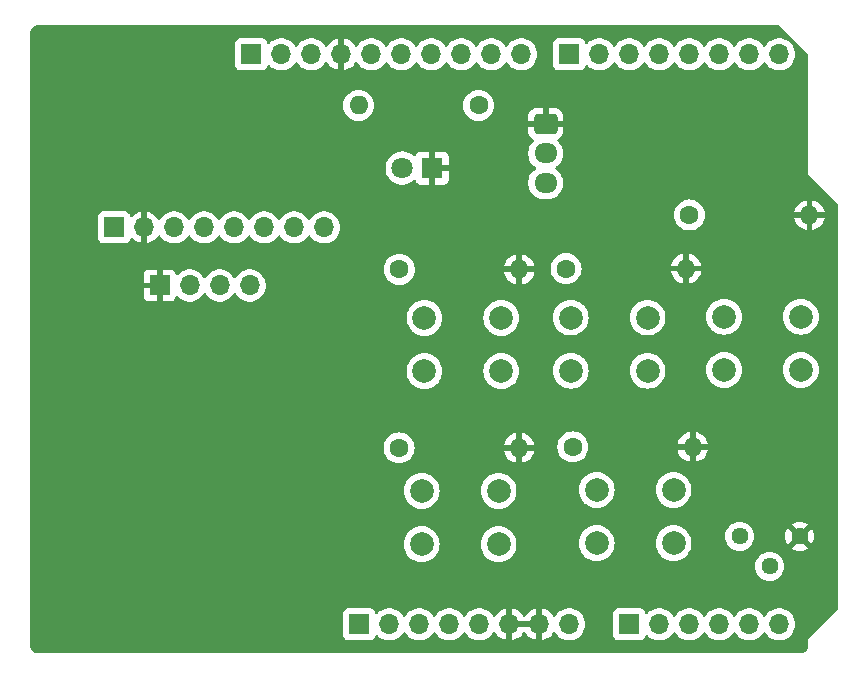
<source format=gbr>
%TF.GenerationSoftware,KiCad,Pcbnew,8.0.5*%
%TF.CreationDate,2025-02-01T09:45:28-07:00*%
%TF.ProjectId,Uno_Shield_ThermoPro,556e6f5f-5368-4696-956c-645f54686572,rev?*%
%TF.SameCoordinates,Original*%
%TF.FileFunction,Copper,L2,Bot*%
%TF.FilePolarity,Positive*%
%FSLAX46Y46*%
G04 Gerber Fmt 4.6, Leading zero omitted, Abs format (unit mm)*
G04 Created by KiCad (PCBNEW 8.0.5) date 2025-02-01 09:45:28*
%MOMM*%
%LPD*%
G01*
G04 APERTURE LIST*
G04 Aperture macros list*
%AMRoundRect*
0 Rectangle with rounded corners*
0 $1 Rounding radius*
0 $2 $3 $4 $5 $6 $7 $8 $9 X,Y pos of 4 corners*
0 Add a 4 corners polygon primitive as box body*
4,1,4,$2,$3,$4,$5,$6,$7,$8,$9,$2,$3,0*
0 Add four circle primitives for the rounded corners*
1,1,$1+$1,$2,$3*
1,1,$1+$1,$4,$5*
1,1,$1+$1,$6,$7*
1,1,$1+$1,$8,$9*
0 Add four rect primitives between the rounded corners*
20,1,$1+$1,$2,$3,$4,$5,0*
20,1,$1+$1,$4,$5,$6,$7,0*
20,1,$1+$1,$6,$7,$8,$9,0*
20,1,$1+$1,$8,$9,$2,$3,0*%
G04 Aperture macros list end*
%TA.AperFunction,ComponentPad*%
%ADD10R,1.700000X1.700000*%
%TD*%
%TA.AperFunction,ComponentPad*%
%ADD11O,1.700000X1.700000*%
%TD*%
%TA.AperFunction,ComponentPad*%
%ADD12C,2.000000*%
%TD*%
%TA.AperFunction,ComponentPad*%
%ADD13R,1.800000X1.800000*%
%TD*%
%TA.AperFunction,ComponentPad*%
%ADD14C,1.800000*%
%TD*%
%TA.AperFunction,ComponentPad*%
%ADD15C,1.600000*%
%TD*%
%TA.AperFunction,ComponentPad*%
%ADD16O,1.600000X1.600000*%
%TD*%
%TA.AperFunction,ComponentPad*%
%ADD17RoundRect,0.250000X-0.725000X0.600000X-0.725000X-0.600000X0.725000X-0.600000X0.725000X0.600000X0*%
%TD*%
%TA.AperFunction,ComponentPad*%
%ADD18O,1.950000X1.700000*%
%TD*%
%TA.AperFunction,ComponentPad*%
%ADD19C,1.440000*%
%TD*%
G04 APERTURE END LIST*
D10*
%TO.P,J1,1,Pin_1*%
%TO.N,unconnected-(J1-Pin_1-Pad1)*%
X127940000Y-97460000D03*
D11*
%TO.P,J1,2,Pin_2*%
%TO.N,/IOREF*%
X130480000Y-97460000D03*
%TO.P,J1,3,Pin_3*%
%TO.N,/~{RESET}*%
X133020000Y-97460000D03*
%TO.P,J1,4,Pin_4*%
%TO.N,+3V3*%
X135560000Y-97460000D03*
%TO.P,J1,5,Pin_5*%
%TO.N,+5V*%
X138100000Y-97460000D03*
%TO.P,J1,6,Pin_6*%
%TO.N,GND*%
X140640000Y-97460000D03*
%TO.P,J1,7,Pin_7*%
X143180000Y-97460000D03*
%TO.P,J1,8,Pin_8*%
%TO.N,VCC*%
X145720000Y-97460000D03*
%TD*%
D10*
%TO.P,J3,1,Pin_1*%
%TO.N,/temp_sensor*%
X150800000Y-97460000D03*
D11*
%TO.P,J3,2,Pin_2*%
%TO.N,/A1*%
X153340000Y-97460000D03*
%TO.P,J3,3,Pin_3*%
%TO.N,/A2*%
X155880000Y-97460000D03*
%TO.P,J3,4,Pin_4*%
%TO.N,/A3*%
X158420000Y-97460000D03*
%TO.P,J3,5,Pin_5*%
%TO.N,/SDA{slash}A4*%
X160960000Y-97460000D03*
%TO.P,J3,6,Pin_6*%
%TO.N,/SCL{slash}A5*%
X163500000Y-97460000D03*
%TD*%
D10*
%TO.P,J2,1,Pin_1*%
%TO.N,/I2C_SCL*%
X118796000Y-49200000D03*
D11*
%TO.P,J2,2,Pin_2*%
%TO.N,/I2C_SDA*%
X121336000Y-49200000D03*
%TO.P,J2,3,Pin_3*%
%TO.N,/AREF*%
X123876000Y-49200000D03*
%TO.P,J2,4,Pin_4*%
%TO.N,GND*%
X126416000Y-49200000D03*
%TO.P,J2,5,Pin_5*%
%TO.N,/13*%
X128956000Y-49200000D03*
%TO.P,J2,6,Pin_6*%
%TO.N,/12*%
X131496000Y-49200000D03*
%TO.P,J2,7,Pin_7*%
%TO.N,/\u002A11*%
X134036000Y-49200000D03*
%TO.P,J2,8,Pin_8*%
%TO.N,/\u002A10*%
X136576000Y-49200000D03*
%TO.P,J2,9,Pin_9*%
%TO.N,/led_light*%
X139116000Y-49200000D03*
%TO.P,J2,10,Pin_10*%
%TO.N,/temp_digital*%
X141656000Y-49200000D03*
%TD*%
D10*
%TO.P,J4,1,Pin_1*%
%TO.N,/7*%
X145720000Y-49200000D03*
D11*
%TO.P,J4,2,Pin_2*%
%TO.N,/button_light*%
X148260000Y-49200000D03*
%TO.P,J4,3,Pin_3*%
%TO.N,/button_cal*%
X150800000Y-49200000D03*
%TO.P,J4,4,Pin_4*%
%TO.N,/button_units*%
X153340000Y-49200000D03*
%TO.P,J4,5,Pin_5*%
%TO.N,/button_lock*%
X155880000Y-49200000D03*
%TO.P,J4,6,Pin_6*%
%TO.N,/button_onoff*%
X158420000Y-49200000D03*
%TO.P,J4,7,Pin_7*%
%TO.N,/TX{slash}1*%
X160960000Y-49200000D03*
%TO.P,J4,8,Pin_8*%
%TO.N,/RX{slash}0*%
X163500000Y-49200000D03*
%TD*%
D12*
%TO.P,SW4,1,A*%
%TO.N,/button_lock*%
X148050000Y-86090000D03*
X154550000Y-86090000D03*
%TO.P,SW4,2,B*%
%TO.N,+5V*%
X148050000Y-90590000D03*
X154550000Y-90590000D03*
%TD*%
D13*
%TO.P,D1,1,K*%
%TO.N,GND*%
X134120000Y-58840000D03*
D14*
%TO.P,D1,2,A*%
%TO.N,Net-(D1-A)*%
X131580000Y-58840000D03*
%TD*%
D12*
%TO.P,SW5,1,A*%
%TO.N,/button_light*%
X133460000Y-71520000D03*
X139960000Y-71520000D03*
%TO.P,SW5,2,B*%
%TO.N,+5V*%
X133460000Y-76020000D03*
X139960000Y-76020000D03*
%TD*%
%TO.P,SW2,1,A*%
%TO.N,/button_units*%
X145850000Y-71490000D03*
X152350000Y-71490000D03*
%TO.P,SW2,2,B*%
%TO.N,+5V*%
X145850000Y-75990000D03*
X152350000Y-75990000D03*
%TD*%
D15*
%TO.P,R4,1*%
%TO.N,/button_cal*%
X131310000Y-82530000D03*
D16*
%TO.P,R4,2*%
%TO.N,GND*%
X141470000Y-82530000D03*
%TD*%
D15*
%TO.P,R1,1*%
%TO.N,/led_light*%
X138040000Y-53530000D03*
D16*
%TO.P,R1,2*%
%TO.N,Net-(D1-A)*%
X127880000Y-53530000D03*
%TD*%
D12*
%TO.P,SW3,1,A*%
%TO.N,/button_cal*%
X133240000Y-86170000D03*
X139740000Y-86170000D03*
%TO.P,SW3,2,B*%
%TO.N,+5V*%
X133240000Y-90670000D03*
X139740000Y-90670000D03*
%TD*%
D10*
%TO.P,J6,1,Pin_1*%
%TO.N,GND*%
X111040000Y-68775000D03*
D11*
%TO.P,J6,2,Pin_2*%
%TO.N,+5V*%
X113580000Y-68775000D03*
%TO.P,J6,3,Pin_3*%
%TO.N,/I2C_SCL*%
X116120000Y-68775000D03*
%TO.P,J6,4,Pin_4*%
%TO.N,/I2C_SDA*%
X118660000Y-68775000D03*
%TD*%
D12*
%TO.P,SW1,1,A*%
%TO.N,/button_onoff*%
X158830000Y-71430000D03*
X165330000Y-71430000D03*
%TO.P,SW1,2,B*%
%TO.N,+5V*%
X158830000Y-75930000D03*
X165330000Y-75930000D03*
%TD*%
D15*
%TO.P,R5,1*%
%TO.N,/button_lock*%
X146020000Y-82440000D03*
D16*
%TO.P,R5,2*%
%TO.N,GND*%
X156180000Y-82440000D03*
%TD*%
D17*
%TO.P,J7,1,Pin_1*%
%TO.N,GND*%
X143725000Y-55090000D03*
D18*
%TO.P,J7,2,Pin_2*%
%TO.N,/temp_digital*%
X143725000Y-57590000D03*
%TO.P,J7,3,Pin_3*%
%TO.N,+5V*%
X143725000Y-60090000D03*
%TD*%
D15*
%TO.P,R2,1*%
%TO.N,/button_onoff*%
X155900000Y-62810000D03*
D16*
%TO.P,R2,2*%
%TO.N,GND*%
X166060000Y-62810000D03*
%TD*%
D19*
%TO.P,RV1,1,1*%
%TO.N,+5V*%
X160150000Y-90015000D03*
%TO.P,RV1,2,2*%
%TO.N,/temp_sensor*%
X162690000Y-92555000D03*
%TO.P,RV1,3,3*%
%TO.N,GND*%
X165230000Y-90015000D03*
%TD*%
D10*
%TO.P,J5,1,Pin_1*%
%TO.N,+5V*%
X107190000Y-63860000D03*
D11*
%TO.P,J5,2,Pin_2*%
%TO.N,GND*%
X109730000Y-63860000D03*
%TO.P,J5,3,Pin_3*%
%TO.N,/I2C_SCL*%
X112270000Y-63860000D03*
%TO.P,J5,4,Pin_4*%
%TO.N,/I2C_SDA*%
X114810000Y-63860000D03*
%TO.P,J5,5,Pin_5*%
%TO.N,unconnected-(J5-Pin_5-Pad5)*%
X117350000Y-63860000D03*
%TO.P,J5,6,Pin_6*%
%TO.N,unconnected-(J5-Pin_6-Pad6)*%
X119890000Y-63860000D03*
%TO.P,J5,7,Pin_7*%
%TO.N,unconnected-(J5-Pin_7-Pad7)*%
X122430000Y-63860000D03*
%TO.P,J5,8,Pin_8*%
%TO.N,unconnected-(J5-Pin_8-Pad8)*%
X124970000Y-63860000D03*
%TD*%
D15*
%TO.P,R6,1*%
%TO.N,/button_light*%
X131330000Y-67410000D03*
D16*
%TO.P,R6,2*%
%TO.N,GND*%
X141490000Y-67410000D03*
%TD*%
D15*
%TO.P,R3,1*%
%TO.N,/button_units*%
X145450000Y-67340000D03*
D16*
%TO.P,R3,2*%
%TO.N,GND*%
X155610000Y-67340000D03*
%TD*%
%TA.AperFunction,Conductor*%
%TO.N,GND*%
G36*
X142714075Y-97267007D02*
G01*
X142680000Y-97394174D01*
X142680000Y-97525826D01*
X142714075Y-97652993D01*
X142746988Y-97710000D01*
X141073012Y-97710000D01*
X141105925Y-97652993D01*
X141140000Y-97525826D01*
X141140000Y-97394174D01*
X141105925Y-97267007D01*
X141073012Y-97210000D01*
X142746988Y-97210000D01*
X142714075Y-97267007D01*
G37*
%TD.AperFunction*%
%TA.AperFunction,Conductor*%
G36*
X163484404Y-46755185D02*
G01*
X163505046Y-46771819D01*
X165928181Y-49194954D01*
X165961666Y-49256277D01*
X165964500Y-49282635D01*
X165964500Y-59344982D01*
X165964500Y-59375018D01*
X165975994Y-59402767D01*
X165975995Y-59402768D01*
X168468181Y-61894954D01*
X168501666Y-61956277D01*
X168504500Y-61982635D01*
X168504500Y-96107364D01*
X168484815Y-96174403D01*
X168468181Y-96195045D01*
X165997233Y-98665994D01*
X165975995Y-98687231D01*
X165964500Y-98714982D01*
X165964500Y-99231907D01*
X165963903Y-99244062D01*
X165952505Y-99359778D01*
X165947763Y-99383618D01*
X165917832Y-99482290D01*
X165915789Y-99489024D01*
X165906486Y-99511482D01*
X165854561Y-99608627D01*
X165841056Y-99628839D01*
X165771176Y-99713988D01*
X165753988Y-99731176D01*
X165668839Y-99801056D01*
X165648627Y-99814561D01*
X165551482Y-99866486D01*
X165529028Y-99875787D01*
X165487028Y-99888528D01*
X165423618Y-99907763D01*
X165399778Y-99912505D01*
X165291162Y-99923203D01*
X165284060Y-99923903D01*
X165271907Y-99924500D01*
X100768093Y-99924500D01*
X100755939Y-99923903D01*
X100747995Y-99923120D01*
X100640221Y-99912505D01*
X100616381Y-99907763D01*
X100599445Y-99902625D01*
X100510968Y-99875786D01*
X100488517Y-99866486D01*
X100391372Y-99814561D01*
X100371160Y-99801056D01*
X100286011Y-99731176D01*
X100268823Y-99713988D01*
X100198943Y-99628839D01*
X100185438Y-99608627D01*
X100133510Y-99511476D01*
X100124215Y-99489037D01*
X100092234Y-99383612D01*
X100087494Y-99359777D01*
X100076097Y-99244061D01*
X100075500Y-99231907D01*
X100075500Y-96561345D01*
X126581500Y-96561345D01*
X126581500Y-98358654D01*
X126588011Y-98419202D01*
X126588011Y-98419204D01*
X126639111Y-98556204D01*
X126726739Y-98673261D01*
X126843796Y-98760889D01*
X126980799Y-98811989D01*
X127008050Y-98814918D01*
X127041345Y-98818499D01*
X127041362Y-98818500D01*
X128838638Y-98818500D01*
X128838654Y-98818499D01*
X128865692Y-98815591D01*
X128899201Y-98811989D01*
X129036204Y-98760889D01*
X129153261Y-98673261D01*
X129240889Y-98556204D01*
X129286138Y-98434887D01*
X129328009Y-98378956D01*
X129393474Y-98354539D01*
X129461746Y-98369391D01*
X129493545Y-98394236D01*
X129556760Y-98462906D01*
X129734424Y-98601189D01*
X129734425Y-98601189D01*
X129734427Y-98601191D01*
X129861135Y-98669761D01*
X129932426Y-98708342D01*
X130145365Y-98781444D01*
X130367431Y-98818500D01*
X130592569Y-98818500D01*
X130814635Y-98781444D01*
X131027574Y-98708342D01*
X131225576Y-98601189D01*
X131403240Y-98462906D01*
X131524594Y-98331082D01*
X131555715Y-98297276D01*
X131555715Y-98297275D01*
X131555722Y-98297268D01*
X131646193Y-98158790D01*
X131699338Y-98113437D01*
X131768569Y-98104013D01*
X131831905Y-98133515D01*
X131853804Y-98158787D01*
X131944278Y-98297268D01*
X131944283Y-98297273D01*
X131944284Y-98297276D01*
X132070968Y-98434889D01*
X132096760Y-98462906D01*
X132274424Y-98601189D01*
X132274425Y-98601189D01*
X132274427Y-98601191D01*
X132401135Y-98669761D01*
X132472426Y-98708342D01*
X132685365Y-98781444D01*
X132907431Y-98818500D01*
X133132569Y-98818500D01*
X133354635Y-98781444D01*
X133567574Y-98708342D01*
X133765576Y-98601189D01*
X133943240Y-98462906D01*
X134064594Y-98331082D01*
X134095715Y-98297276D01*
X134095715Y-98297275D01*
X134095722Y-98297268D01*
X134186193Y-98158790D01*
X134239338Y-98113437D01*
X134308569Y-98104013D01*
X134371905Y-98133515D01*
X134393804Y-98158787D01*
X134484278Y-98297268D01*
X134484283Y-98297273D01*
X134484284Y-98297276D01*
X134610968Y-98434889D01*
X134636760Y-98462906D01*
X134814424Y-98601189D01*
X134814425Y-98601189D01*
X134814427Y-98601191D01*
X134941135Y-98669761D01*
X135012426Y-98708342D01*
X135225365Y-98781444D01*
X135447431Y-98818500D01*
X135672569Y-98818500D01*
X135894635Y-98781444D01*
X136107574Y-98708342D01*
X136305576Y-98601189D01*
X136483240Y-98462906D01*
X136604594Y-98331082D01*
X136635715Y-98297276D01*
X136635715Y-98297275D01*
X136635722Y-98297268D01*
X136726193Y-98158790D01*
X136779338Y-98113437D01*
X136848569Y-98104013D01*
X136911905Y-98133515D01*
X136933804Y-98158787D01*
X137024278Y-98297268D01*
X137024283Y-98297273D01*
X137024284Y-98297276D01*
X137150968Y-98434889D01*
X137176760Y-98462906D01*
X137354424Y-98601189D01*
X137354425Y-98601189D01*
X137354427Y-98601191D01*
X137481135Y-98669761D01*
X137552426Y-98708342D01*
X137765365Y-98781444D01*
X137987431Y-98818500D01*
X138212569Y-98818500D01*
X138434635Y-98781444D01*
X138647574Y-98708342D01*
X138845576Y-98601189D01*
X139023240Y-98462906D01*
X139144594Y-98331082D01*
X139175715Y-98297276D01*
X139175715Y-98297275D01*
X139175722Y-98297268D01*
X139269749Y-98153347D01*
X139322894Y-98107994D01*
X139392125Y-98098570D01*
X139455461Y-98128072D01*
X139475130Y-98150048D01*
X139601890Y-98331078D01*
X139768917Y-98498105D01*
X139962421Y-98633600D01*
X140176507Y-98733429D01*
X140176516Y-98733433D01*
X140390000Y-98790634D01*
X140390000Y-97893012D01*
X140447007Y-97925925D01*
X140574174Y-97960000D01*
X140705826Y-97960000D01*
X140832993Y-97925925D01*
X140890000Y-97893012D01*
X140890000Y-98790633D01*
X141103483Y-98733433D01*
X141103492Y-98733429D01*
X141317578Y-98633600D01*
X141511082Y-98498105D01*
X141678105Y-98331082D01*
X141808425Y-98144968D01*
X141863002Y-98101344D01*
X141932501Y-98094151D01*
X141994855Y-98125673D01*
X142011575Y-98144968D01*
X142141894Y-98331082D01*
X142308917Y-98498105D01*
X142502421Y-98633600D01*
X142716507Y-98733429D01*
X142716516Y-98733433D01*
X142930000Y-98790634D01*
X142930000Y-97893012D01*
X142987007Y-97925925D01*
X143114174Y-97960000D01*
X143245826Y-97960000D01*
X143372993Y-97925925D01*
X143430000Y-97893012D01*
X143430000Y-98790633D01*
X143643483Y-98733433D01*
X143643492Y-98733429D01*
X143857578Y-98633600D01*
X144051082Y-98498105D01*
X144218105Y-98331082D01*
X144344868Y-98150048D01*
X144399445Y-98106423D01*
X144468944Y-98099231D01*
X144531298Y-98130753D01*
X144550251Y-98153350D01*
X144644276Y-98297265D01*
X144644284Y-98297276D01*
X144770968Y-98434889D01*
X144796760Y-98462906D01*
X144974424Y-98601189D01*
X144974425Y-98601189D01*
X144974427Y-98601191D01*
X145101135Y-98669761D01*
X145172426Y-98708342D01*
X145385365Y-98781444D01*
X145607431Y-98818500D01*
X145832569Y-98818500D01*
X146054635Y-98781444D01*
X146267574Y-98708342D01*
X146465576Y-98601189D01*
X146643240Y-98462906D01*
X146764594Y-98331082D01*
X146795715Y-98297276D01*
X146795717Y-98297273D01*
X146795722Y-98297268D01*
X146918860Y-98108791D01*
X147009296Y-97902616D01*
X147064564Y-97684368D01*
X147067164Y-97652993D01*
X147083156Y-97460005D01*
X147083156Y-97459994D01*
X147064565Y-97235640D01*
X147064563Y-97235628D01*
X147009296Y-97017385D01*
X146999071Y-96994075D01*
X146918860Y-96811209D01*
X146902706Y-96786484D01*
X146795723Y-96622734D01*
X146795715Y-96622723D01*
X146739212Y-96561345D01*
X149441500Y-96561345D01*
X149441500Y-98358654D01*
X149448011Y-98419202D01*
X149448011Y-98419204D01*
X149499111Y-98556204D01*
X149586739Y-98673261D01*
X149703796Y-98760889D01*
X149840799Y-98811989D01*
X149868050Y-98814918D01*
X149901345Y-98818499D01*
X149901362Y-98818500D01*
X151698638Y-98818500D01*
X151698654Y-98818499D01*
X151725692Y-98815591D01*
X151759201Y-98811989D01*
X151896204Y-98760889D01*
X152013261Y-98673261D01*
X152100889Y-98556204D01*
X152146138Y-98434887D01*
X152188009Y-98378956D01*
X152253474Y-98354539D01*
X152321746Y-98369391D01*
X152353545Y-98394236D01*
X152416760Y-98462906D01*
X152594424Y-98601189D01*
X152594425Y-98601189D01*
X152594427Y-98601191D01*
X152721135Y-98669761D01*
X152792426Y-98708342D01*
X153005365Y-98781444D01*
X153227431Y-98818500D01*
X153452569Y-98818500D01*
X153674635Y-98781444D01*
X153887574Y-98708342D01*
X154085576Y-98601189D01*
X154263240Y-98462906D01*
X154384594Y-98331082D01*
X154415715Y-98297276D01*
X154415715Y-98297275D01*
X154415722Y-98297268D01*
X154506193Y-98158790D01*
X154559338Y-98113437D01*
X154628569Y-98104013D01*
X154691905Y-98133515D01*
X154713804Y-98158787D01*
X154804278Y-98297268D01*
X154804283Y-98297273D01*
X154804284Y-98297276D01*
X154930968Y-98434889D01*
X154956760Y-98462906D01*
X155134424Y-98601189D01*
X155134425Y-98601189D01*
X155134427Y-98601191D01*
X155261135Y-98669761D01*
X155332426Y-98708342D01*
X155545365Y-98781444D01*
X155767431Y-98818500D01*
X155992569Y-98818500D01*
X156214635Y-98781444D01*
X156427574Y-98708342D01*
X156625576Y-98601189D01*
X156803240Y-98462906D01*
X156924594Y-98331082D01*
X156955715Y-98297276D01*
X156955715Y-98297275D01*
X156955722Y-98297268D01*
X157046193Y-98158790D01*
X157099338Y-98113437D01*
X157168569Y-98104013D01*
X157231905Y-98133515D01*
X157253804Y-98158787D01*
X157344278Y-98297268D01*
X157344283Y-98297273D01*
X157344284Y-98297276D01*
X157470968Y-98434889D01*
X157496760Y-98462906D01*
X157674424Y-98601189D01*
X157674425Y-98601189D01*
X157674427Y-98601191D01*
X157801135Y-98669761D01*
X157872426Y-98708342D01*
X158085365Y-98781444D01*
X158307431Y-98818500D01*
X158532569Y-98818500D01*
X158754635Y-98781444D01*
X158967574Y-98708342D01*
X159165576Y-98601189D01*
X159343240Y-98462906D01*
X159464594Y-98331082D01*
X159495715Y-98297276D01*
X159495715Y-98297275D01*
X159495722Y-98297268D01*
X159586193Y-98158790D01*
X159639338Y-98113437D01*
X159708569Y-98104013D01*
X159771905Y-98133515D01*
X159793804Y-98158787D01*
X159884278Y-98297268D01*
X159884283Y-98297273D01*
X159884284Y-98297276D01*
X160010968Y-98434889D01*
X160036760Y-98462906D01*
X160214424Y-98601189D01*
X160214425Y-98601189D01*
X160214427Y-98601191D01*
X160341135Y-98669761D01*
X160412426Y-98708342D01*
X160625365Y-98781444D01*
X160847431Y-98818500D01*
X161072569Y-98818500D01*
X161294635Y-98781444D01*
X161507574Y-98708342D01*
X161705576Y-98601189D01*
X161883240Y-98462906D01*
X162004594Y-98331082D01*
X162035715Y-98297276D01*
X162035715Y-98297275D01*
X162035722Y-98297268D01*
X162126193Y-98158790D01*
X162179338Y-98113437D01*
X162248569Y-98104013D01*
X162311905Y-98133515D01*
X162333804Y-98158787D01*
X162424278Y-98297268D01*
X162424283Y-98297273D01*
X162424284Y-98297276D01*
X162550968Y-98434889D01*
X162576760Y-98462906D01*
X162754424Y-98601189D01*
X162754425Y-98601189D01*
X162754427Y-98601191D01*
X162881135Y-98669761D01*
X162952426Y-98708342D01*
X163165365Y-98781444D01*
X163387431Y-98818500D01*
X163612569Y-98818500D01*
X163834635Y-98781444D01*
X164047574Y-98708342D01*
X164245576Y-98601189D01*
X164423240Y-98462906D01*
X164544594Y-98331082D01*
X164575715Y-98297276D01*
X164575717Y-98297273D01*
X164575722Y-98297268D01*
X164698860Y-98108791D01*
X164789296Y-97902616D01*
X164844564Y-97684368D01*
X164847164Y-97652993D01*
X164863156Y-97460005D01*
X164863156Y-97459994D01*
X164844565Y-97235640D01*
X164844563Y-97235628D01*
X164789296Y-97017385D01*
X164779071Y-96994075D01*
X164698860Y-96811209D01*
X164682706Y-96786484D01*
X164575723Y-96622734D01*
X164575715Y-96622723D01*
X164423243Y-96457097D01*
X164423238Y-96457092D01*
X164245577Y-96318812D01*
X164245572Y-96318808D01*
X164047580Y-96211661D01*
X164047577Y-96211659D01*
X164047574Y-96211658D01*
X164047571Y-96211657D01*
X164047569Y-96211656D01*
X163834637Y-96138556D01*
X163612569Y-96101500D01*
X163387431Y-96101500D01*
X163165362Y-96138556D01*
X162952430Y-96211656D01*
X162952419Y-96211661D01*
X162754427Y-96318808D01*
X162754422Y-96318812D01*
X162576761Y-96457092D01*
X162576756Y-96457097D01*
X162424284Y-96622723D01*
X162424276Y-96622734D01*
X162333808Y-96761206D01*
X162280662Y-96806562D01*
X162211431Y-96815986D01*
X162148095Y-96786484D01*
X162126192Y-96761206D01*
X162035723Y-96622734D01*
X162035715Y-96622723D01*
X161883243Y-96457097D01*
X161883238Y-96457092D01*
X161705577Y-96318812D01*
X161705572Y-96318808D01*
X161507580Y-96211661D01*
X161507577Y-96211659D01*
X161507574Y-96211658D01*
X161507571Y-96211657D01*
X161507569Y-96211656D01*
X161294637Y-96138556D01*
X161072569Y-96101500D01*
X160847431Y-96101500D01*
X160625362Y-96138556D01*
X160412430Y-96211656D01*
X160412419Y-96211661D01*
X160214427Y-96318808D01*
X160214422Y-96318812D01*
X160036761Y-96457092D01*
X160036756Y-96457097D01*
X159884284Y-96622723D01*
X159884276Y-96622734D01*
X159793808Y-96761206D01*
X159740662Y-96806562D01*
X159671431Y-96815986D01*
X159608095Y-96786484D01*
X159586192Y-96761206D01*
X159495723Y-96622734D01*
X159495715Y-96622723D01*
X159343243Y-96457097D01*
X159343238Y-96457092D01*
X159165577Y-96318812D01*
X159165572Y-96318808D01*
X158967580Y-96211661D01*
X158967577Y-96211659D01*
X158967574Y-96211658D01*
X158967571Y-96211657D01*
X158967569Y-96211656D01*
X158754637Y-96138556D01*
X158532569Y-96101500D01*
X158307431Y-96101500D01*
X158085362Y-96138556D01*
X157872430Y-96211656D01*
X157872419Y-96211661D01*
X157674427Y-96318808D01*
X157674422Y-96318812D01*
X157496761Y-96457092D01*
X157496756Y-96457097D01*
X157344284Y-96622723D01*
X157344276Y-96622734D01*
X157253808Y-96761206D01*
X157200662Y-96806562D01*
X157131431Y-96815986D01*
X157068095Y-96786484D01*
X157046192Y-96761206D01*
X156955723Y-96622734D01*
X156955715Y-96622723D01*
X156803243Y-96457097D01*
X156803238Y-96457092D01*
X156625577Y-96318812D01*
X156625572Y-96318808D01*
X156427580Y-96211661D01*
X156427577Y-96211659D01*
X156427574Y-96211658D01*
X156427571Y-96211657D01*
X156427569Y-96211656D01*
X156214637Y-96138556D01*
X155992569Y-96101500D01*
X155767431Y-96101500D01*
X155545362Y-96138556D01*
X155332430Y-96211656D01*
X155332419Y-96211661D01*
X155134427Y-96318808D01*
X155134422Y-96318812D01*
X154956761Y-96457092D01*
X154956756Y-96457097D01*
X154804284Y-96622723D01*
X154804276Y-96622734D01*
X154713808Y-96761206D01*
X154660662Y-96806562D01*
X154591431Y-96815986D01*
X154528095Y-96786484D01*
X154506192Y-96761206D01*
X154415723Y-96622734D01*
X154415715Y-96622723D01*
X154263243Y-96457097D01*
X154263238Y-96457092D01*
X154085577Y-96318812D01*
X154085572Y-96318808D01*
X153887580Y-96211661D01*
X153887577Y-96211659D01*
X153887574Y-96211658D01*
X153887571Y-96211657D01*
X153887569Y-96211656D01*
X153674637Y-96138556D01*
X153452569Y-96101500D01*
X153227431Y-96101500D01*
X153005362Y-96138556D01*
X152792430Y-96211656D01*
X152792419Y-96211661D01*
X152594427Y-96318808D01*
X152594422Y-96318812D01*
X152416761Y-96457092D01*
X152353548Y-96525760D01*
X152293661Y-96561750D01*
X152223823Y-96559649D01*
X152166207Y-96520124D01*
X152146138Y-96485110D01*
X152100889Y-96363796D01*
X152067214Y-96318812D01*
X152013261Y-96246739D01*
X151896204Y-96159111D01*
X151895172Y-96158726D01*
X151759203Y-96108011D01*
X151698654Y-96101500D01*
X151698638Y-96101500D01*
X149901362Y-96101500D01*
X149901345Y-96101500D01*
X149840797Y-96108011D01*
X149840795Y-96108011D01*
X149703795Y-96159111D01*
X149586739Y-96246739D01*
X149499111Y-96363795D01*
X149448011Y-96500795D01*
X149448011Y-96500797D01*
X149441500Y-96561345D01*
X146739212Y-96561345D01*
X146643243Y-96457097D01*
X146643238Y-96457092D01*
X146465577Y-96318812D01*
X146465572Y-96318808D01*
X146267580Y-96211661D01*
X146267577Y-96211659D01*
X146267574Y-96211658D01*
X146267571Y-96211657D01*
X146267569Y-96211656D01*
X146054637Y-96138556D01*
X145832569Y-96101500D01*
X145607431Y-96101500D01*
X145385362Y-96138556D01*
X145172430Y-96211656D01*
X145172419Y-96211661D01*
X144974427Y-96318808D01*
X144974422Y-96318812D01*
X144796761Y-96457092D01*
X144796756Y-96457097D01*
X144644284Y-96622723D01*
X144644276Y-96622734D01*
X144550251Y-96766650D01*
X144497105Y-96812007D01*
X144427873Y-96821430D01*
X144364538Y-96791928D01*
X144344868Y-96769951D01*
X144218113Y-96588926D01*
X144218108Y-96588920D01*
X144051082Y-96421894D01*
X143857578Y-96286399D01*
X143643492Y-96186570D01*
X143643486Y-96186567D01*
X143430000Y-96129364D01*
X143430000Y-97026988D01*
X143372993Y-96994075D01*
X143245826Y-96960000D01*
X143114174Y-96960000D01*
X142987007Y-96994075D01*
X142930000Y-97026988D01*
X142930000Y-96129364D01*
X142929999Y-96129364D01*
X142716513Y-96186567D01*
X142716507Y-96186570D01*
X142502422Y-96286399D01*
X142502420Y-96286400D01*
X142308926Y-96421886D01*
X142308920Y-96421891D01*
X142141891Y-96588920D01*
X142141890Y-96588922D01*
X142011575Y-96775031D01*
X141956998Y-96818655D01*
X141887499Y-96825848D01*
X141825145Y-96794326D01*
X141808425Y-96775031D01*
X141678109Y-96588922D01*
X141678108Y-96588920D01*
X141511082Y-96421894D01*
X141317578Y-96286399D01*
X141103492Y-96186570D01*
X141103486Y-96186567D01*
X140890000Y-96129364D01*
X140890000Y-97026988D01*
X140832993Y-96994075D01*
X140705826Y-96960000D01*
X140574174Y-96960000D01*
X140447007Y-96994075D01*
X140390000Y-97026988D01*
X140390000Y-96129364D01*
X140389999Y-96129364D01*
X140176513Y-96186567D01*
X140176507Y-96186570D01*
X139962422Y-96286399D01*
X139962420Y-96286400D01*
X139768926Y-96421886D01*
X139768920Y-96421891D01*
X139601891Y-96588920D01*
X139601890Y-96588922D01*
X139475131Y-96769952D01*
X139420554Y-96813577D01*
X139351055Y-96820769D01*
X139288701Y-96789247D01*
X139269752Y-96766656D01*
X139175722Y-96622732D01*
X139175715Y-96622725D01*
X139175715Y-96622723D01*
X139023243Y-96457097D01*
X139023238Y-96457092D01*
X138845577Y-96318812D01*
X138845572Y-96318808D01*
X138647580Y-96211661D01*
X138647577Y-96211659D01*
X138647574Y-96211658D01*
X138647571Y-96211657D01*
X138647569Y-96211656D01*
X138434637Y-96138556D01*
X138212569Y-96101500D01*
X137987431Y-96101500D01*
X137765362Y-96138556D01*
X137552430Y-96211656D01*
X137552419Y-96211661D01*
X137354427Y-96318808D01*
X137354422Y-96318812D01*
X137176761Y-96457092D01*
X137176756Y-96457097D01*
X137024284Y-96622723D01*
X137024276Y-96622734D01*
X136933808Y-96761206D01*
X136880662Y-96806562D01*
X136811431Y-96815986D01*
X136748095Y-96786484D01*
X136726192Y-96761206D01*
X136635723Y-96622734D01*
X136635715Y-96622723D01*
X136483243Y-96457097D01*
X136483238Y-96457092D01*
X136305577Y-96318812D01*
X136305572Y-96318808D01*
X136107580Y-96211661D01*
X136107577Y-96211659D01*
X136107574Y-96211658D01*
X136107571Y-96211657D01*
X136107569Y-96211656D01*
X135894637Y-96138556D01*
X135672569Y-96101500D01*
X135447431Y-96101500D01*
X135225362Y-96138556D01*
X135012430Y-96211656D01*
X135012419Y-96211661D01*
X134814427Y-96318808D01*
X134814422Y-96318812D01*
X134636761Y-96457092D01*
X134636756Y-96457097D01*
X134484284Y-96622723D01*
X134484276Y-96622734D01*
X134393808Y-96761206D01*
X134340662Y-96806562D01*
X134271431Y-96815986D01*
X134208095Y-96786484D01*
X134186192Y-96761206D01*
X134095723Y-96622734D01*
X134095715Y-96622723D01*
X133943243Y-96457097D01*
X133943238Y-96457092D01*
X133765577Y-96318812D01*
X133765572Y-96318808D01*
X133567580Y-96211661D01*
X133567577Y-96211659D01*
X133567574Y-96211658D01*
X133567571Y-96211657D01*
X133567569Y-96211656D01*
X133354637Y-96138556D01*
X133132569Y-96101500D01*
X132907431Y-96101500D01*
X132685362Y-96138556D01*
X132472430Y-96211656D01*
X132472419Y-96211661D01*
X132274427Y-96318808D01*
X132274422Y-96318812D01*
X132096761Y-96457092D01*
X132096756Y-96457097D01*
X131944284Y-96622723D01*
X131944276Y-96622734D01*
X131853808Y-96761206D01*
X131800662Y-96806562D01*
X131731431Y-96815986D01*
X131668095Y-96786484D01*
X131646192Y-96761206D01*
X131555723Y-96622734D01*
X131555715Y-96622723D01*
X131403243Y-96457097D01*
X131403238Y-96457092D01*
X131225577Y-96318812D01*
X131225572Y-96318808D01*
X131027580Y-96211661D01*
X131027577Y-96211659D01*
X131027574Y-96211658D01*
X131027571Y-96211657D01*
X131027569Y-96211656D01*
X130814637Y-96138556D01*
X130592569Y-96101500D01*
X130367431Y-96101500D01*
X130145362Y-96138556D01*
X129932430Y-96211656D01*
X129932419Y-96211661D01*
X129734427Y-96318808D01*
X129734422Y-96318812D01*
X129556761Y-96457092D01*
X129493548Y-96525760D01*
X129433661Y-96561750D01*
X129363823Y-96559649D01*
X129306207Y-96520124D01*
X129286138Y-96485110D01*
X129240889Y-96363796D01*
X129207214Y-96318812D01*
X129153261Y-96246739D01*
X129036204Y-96159111D01*
X129035172Y-96158726D01*
X128899203Y-96108011D01*
X128838654Y-96101500D01*
X128838638Y-96101500D01*
X127041362Y-96101500D01*
X127041345Y-96101500D01*
X126980797Y-96108011D01*
X126980795Y-96108011D01*
X126843795Y-96159111D01*
X126726739Y-96246739D01*
X126639111Y-96363795D01*
X126588011Y-96500795D01*
X126588011Y-96500797D01*
X126581500Y-96561345D01*
X100075500Y-96561345D01*
X100075500Y-92554998D01*
X161456807Y-92554998D01*
X161456807Y-92555001D01*
X161475541Y-92769136D01*
X161475542Y-92769144D01*
X161531176Y-92976772D01*
X161531177Y-92976774D01*
X161531178Y-92976777D01*
X161622024Y-93171597D01*
X161622026Y-93171601D01*
X161745319Y-93347682D01*
X161897317Y-93499680D01*
X162073398Y-93622973D01*
X162073400Y-93622974D01*
X162073403Y-93622976D01*
X162268223Y-93713822D01*
X162475858Y-93769458D01*
X162628816Y-93782840D01*
X162689998Y-93788193D01*
X162690000Y-93788193D01*
X162690002Y-93788193D01*
X162743535Y-93783509D01*
X162904142Y-93769458D01*
X163111777Y-93713822D01*
X163306597Y-93622976D01*
X163482681Y-93499681D01*
X163634681Y-93347681D01*
X163757976Y-93171597D01*
X163848822Y-92976777D01*
X163904458Y-92769142D01*
X163923193Y-92555000D01*
X163904458Y-92340858D01*
X163848822Y-92133223D01*
X163757976Y-91938404D01*
X163634681Y-91762319D01*
X163634679Y-91762316D01*
X163482682Y-91610319D01*
X163306601Y-91487026D01*
X163306597Y-91487024D01*
X163306595Y-91487023D01*
X163111777Y-91396178D01*
X163111774Y-91396177D01*
X163111772Y-91396176D01*
X162904144Y-91340542D01*
X162904136Y-91340541D01*
X162690002Y-91321807D01*
X162689998Y-91321807D01*
X162475863Y-91340541D01*
X162475855Y-91340542D01*
X162268227Y-91396176D01*
X162268221Y-91396179D01*
X162073405Y-91487023D01*
X162073403Y-91487024D01*
X161897316Y-91610320D01*
X161745320Y-91762316D01*
X161622024Y-91938403D01*
X161622023Y-91938405D01*
X161531179Y-92133221D01*
X161531176Y-92133227D01*
X161475542Y-92340855D01*
X161475541Y-92340863D01*
X161456807Y-92554998D01*
X100075500Y-92554998D01*
X100075500Y-90670000D01*
X131726835Y-90670000D01*
X131745465Y-90906714D01*
X131800895Y-91137595D01*
X131800895Y-91137597D01*
X131891757Y-91356959D01*
X131891759Y-91356962D01*
X132015820Y-91559410D01*
X132015821Y-91559413D01*
X132015824Y-91559416D01*
X132170031Y-91739969D01*
X132256920Y-91814179D01*
X132350586Y-91894178D01*
X132350589Y-91894179D01*
X132553037Y-92018240D01*
X132553040Y-92018242D01*
X132772403Y-92109104D01*
X132772404Y-92109104D01*
X132772406Y-92109105D01*
X133003289Y-92164535D01*
X133240000Y-92183165D01*
X133476711Y-92164535D01*
X133707594Y-92109105D01*
X133707596Y-92109104D01*
X133707597Y-92109104D01*
X133926959Y-92018242D01*
X133926960Y-92018241D01*
X133926963Y-92018240D01*
X134129416Y-91894176D01*
X134309969Y-91739969D01*
X134464176Y-91559416D01*
X134588240Y-91356963D01*
X134595043Y-91340541D01*
X134679104Y-91137597D01*
X134679104Y-91137596D01*
X134679105Y-91137594D01*
X134734535Y-90906711D01*
X134753165Y-90670000D01*
X138226835Y-90670000D01*
X138245465Y-90906714D01*
X138300895Y-91137595D01*
X138300895Y-91137597D01*
X138391757Y-91356959D01*
X138391759Y-91356962D01*
X138515820Y-91559410D01*
X138515821Y-91559413D01*
X138515824Y-91559416D01*
X138670031Y-91739969D01*
X138756920Y-91814179D01*
X138850586Y-91894178D01*
X138850589Y-91894179D01*
X139053037Y-92018240D01*
X139053040Y-92018242D01*
X139272403Y-92109104D01*
X139272404Y-92109104D01*
X139272406Y-92109105D01*
X139503289Y-92164535D01*
X139740000Y-92183165D01*
X139976711Y-92164535D01*
X140207594Y-92109105D01*
X140207596Y-92109104D01*
X140207597Y-92109104D01*
X140426959Y-92018242D01*
X140426960Y-92018241D01*
X140426963Y-92018240D01*
X140629416Y-91894176D01*
X140809969Y-91739969D01*
X140964176Y-91559416D01*
X141088240Y-91356963D01*
X141095043Y-91340541D01*
X141179104Y-91137597D01*
X141179104Y-91137596D01*
X141179105Y-91137594D01*
X141234535Y-90906711D01*
X141253165Y-90670000D01*
X141246869Y-90590000D01*
X146536835Y-90590000D01*
X146555465Y-90826714D01*
X146610895Y-91057595D01*
X146610895Y-91057597D01*
X146701757Y-91276959D01*
X146701759Y-91276962D01*
X146825820Y-91479410D01*
X146825821Y-91479413D01*
X146878076Y-91540596D01*
X146980031Y-91659969D01*
X147073698Y-91739968D01*
X147160586Y-91814178D01*
X147160589Y-91814179D01*
X147363037Y-91938240D01*
X147363040Y-91938242D01*
X147582403Y-92029104D01*
X147582404Y-92029104D01*
X147582406Y-92029105D01*
X147813289Y-92084535D01*
X148050000Y-92103165D01*
X148286711Y-92084535D01*
X148517594Y-92029105D01*
X148517596Y-92029104D01*
X148517597Y-92029104D01*
X148736959Y-91938242D01*
X148736960Y-91938241D01*
X148736963Y-91938240D01*
X148939416Y-91814176D01*
X149119969Y-91659969D01*
X149274176Y-91479416D01*
X149398240Y-91276963D01*
X149413692Y-91239660D01*
X149489104Y-91057597D01*
X149489104Y-91057596D01*
X149489105Y-91057594D01*
X149544535Y-90826711D01*
X149563165Y-90590000D01*
X153036835Y-90590000D01*
X153055465Y-90826714D01*
X153110895Y-91057595D01*
X153110895Y-91057597D01*
X153201757Y-91276959D01*
X153201759Y-91276962D01*
X153325820Y-91479410D01*
X153325821Y-91479413D01*
X153378076Y-91540596D01*
X153480031Y-91659969D01*
X153573698Y-91739968D01*
X153660586Y-91814178D01*
X153660589Y-91814179D01*
X153863037Y-91938240D01*
X153863040Y-91938242D01*
X154082403Y-92029104D01*
X154082404Y-92029104D01*
X154082406Y-92029105D01*
X154313289Y-92084535D01*
X154550000Y-92103165D01*
X154786711Y-92084535D01*
X155017594Y-92029105D01*
X155017596Y-92029104D01*
X155017597Y-92029104D01*
X155236959Y-91938242D01*
X155236960Y-91938241D01*
X155236963Y-91938240D01*
X155439416Y-91814176D01*
X155619969Y-91659969D01*
X155774176Y-91479416D01*
X155898240Y-91276963D01*
X155913692Y-91239660D01*
X155989104Y-91057597D01*
X155989104Y-91057596D01*
X155989105Y-91057594D01*
X156044535Y-90826711D01*
X156063165Y-90590000D01*
X156044535Y-90353289D01*
X155989105Y-90122406D01*
X155989104Y-90122403D01*
X155989104Y-90122402D01*
X155944616Y-90014998D01*
X158916807Y-90014998D01*
X158916807Y-90015001D01*
X158935541Y-90229136D01*
X158935542Y-90229144D01*
X158991176Y-90436772D01*
X158991177Y-90436774D01*
X158991178Y-90436777D01*
X159062627Y-90590000D01*
X159082024Y-90631597D01*
X159082026Y-90631601D01*
X159205319Y-90807682D01*
X159357317Y-90959680D01*
X159533398Y-91082973D01*
X159533400Y-91082974D01*
X159533403Y-91082976D01*
X159728223Y-91173822D01*
X159935858Y-91229458D01*
X160088816Y-91242840D01*
X160149998Y-91248193D01*
X160150000Y-91248193D01*
X160150002Y-91248193D01*
X160203535Y-91243509D01*
X160364142Y-91229458D01*
X160571777Y-91173822D01*
X160766597Y-91082976D01*
X160942681Y-90959681D01*
X161094681Y-90807681D01*
X161217976Y-90631597D01*
X161308822Y-90436777D01*
X161364458Y-90229142D01*
X161383193Y-90015000D01*
X161383193Y-90014997D01*
X164005340Y-90014997D01*
X164005340Y-90015002D01*
X164023944Y-90227654D01*
X164023945Y-90227662D01*
X164079194Y-90433853D01*
X164079197Y-90433859D01*
X164169413Y-90627329D01*
X164208415Y-90683030D01*
X164830000Y-90061445D01*
X164830000Y-90067661D01*
X164857259Y-90169394D01*
X164909920Y-90260606D01*
X164984394Y-90335080D01*
X165075606Y-90387741D01*
X165177339Y-90415000D01*
X165183553Y-90415000D01*
X164561968Y-91036584D01*
X164617663Y-91075582D01*
X164617669Y-91075586D01*
X164811140Y-91165802D01*
X164811146Y-91165805D01*
X165017337Y-91221054D01*
X165017345Y-91221055D01*
X165229998Y-91239660D01*
X165230002Y-91239660D01*
X165442654Y-91221055D01*
X165442662Y-91221054D01*
X165648853Y-91165805D01*
X165648864Y-91165801D01*
X165842325Y-91075589D01*
X165898030Y-91036583D01*
X165276448Y-90415000D01*
X165282661Y-90415000D01*
X165384394Y-90387741D01*
X165475606Y-90335080D01*
X165550080Y-90260606D01*
X165602741Y-90169394D01*
X165630000Y-90067661D01*
X165630000Y-90061446D01*
X166251583Y-90683029D01*
X166290589Y-90627325D01*
X166380801Y-90433864D01*
X166380805Y-90433853D01*
X166436054Y-90227662D01*
X166436055Y-90227654D01*
X166454660Y-90015002D01*
X166454660Y-90014997D01*
X166436055Y-89802345D01*
X166436054Y-89802337D01*
X166380805Y-89596146D01*
X166380802Y-89596140D01*
X166290586Y-89402669D01*
X166290582Y-89402663D01*
X166251584Y-89346968D01*
X165630000Y-89968552D01*
X165630000Y-89962339D01*
X165602741Y-89860606D01*
X165550080Y-89769394D01*
X165475606Y-89694920D01*
X165384394Y-89642259D01*
X165282661Y-89615000D01*
X165276447Y-89615000D01*
X165898030Y-88993415D01*
X165842329Y-88954413D01*
X165648859Y-88864197D01*
X165648853Y-88864194D01*
X165442662Y-88808945D01*
X165442654Y-88808944D01*
X165230002Y-88790340D01*
X165229998Y-88790340D01*
X165017345Y-88808944D01*
X165017337Y-88808945D01*
X164811146Y-88864194D01*
X164811140Y-88864197D01*
X164617671Y-88954412D01*
X164617669Y-88954413D01*
X164561969Y-88993415D01*
X164561968Y-88993415D01*
X165183554Y-89615000D01*
X165177339Y-89615000D01*
X165075606Y-89642259D01*
X164984394Y-89694920D01*
X164909920Y-89769394D01*
X164857259Y-89860606D01*
X164830000Y-89962339D01*
X164830000Y-89968553D01*
X164208415Y-89346968D01*
X164208415Y-89346969D01*
X164169413Y-89402669D01*
X164169412Y-89402671D01*
X164079197Y-89596140D01*
X164079194Y-89596146D01*
X164023945Y-89802337D01*
X164023944Y-89802345D01*
X164005340Y-90014997D01*
X161383193Y-90014997D01*
X161364458Y-89800858D01*
X161308822Y-89593223D01*
X161217976Y-89398404D01*
X161094681Y-89222319D01*
X161094679Y-89222316D01*
X160942682Y-89070319D01*
X160766601Y-88947026D01*
X160766597Y-88947024D01*
X160766595Y-88947023D01*
X160571777Y-88856178D01*
X160571774Y-88856177D01*
X160571772Y-88856176D01*
X160364144Y-88800542D01*
X160364136Y-88800541D01*
X160150002Y-88781807D01*
X160149998Y-88781807D01*
X159935863Y-88800541D01*
X159935855Y-88800542D01*
X159728227Y-88856176D01*
X159728221Y-88856179D01*
X159533405Y-88947023D01*
X159533403Y-88947024D01*
X159357316Y-89070320D01*
X159205320Y-89222316D01*
X159082024Y-89398403D01*
X159082023Y-89398405D01*
X158991179Y-89593221D01*
X158991176Y-89593227D01*
X158935542Y-89800855D01*
X158935541Y-89800863D01*
X158916807Y-90014998D01*
X155944616Y-90014998D01*
X155898242Y-89903040D01*
X155898240Y-89903037D01*
X155774179Y-89700589D01*
X155774178Y-89700586D01*
X155701080Y-89615000D01*
X155619969Y-89520031D01*
X155482549Y-89402663D01*
X155439413Y-89365821D01*
X155439410Y-89365820D01*
X155236962Y-89241759D01*
X155236959Y-89241757D01*
X155017596Y-89150895D01*
X154786714Y-89095465D01*
X154550000Y-89076835D01*
X154313285Y-89095465D01*
X154082404Y-89150895D01*
X154082402Y-89150895D01*
X153863040Y-89241757D01*
X153863037Y-89241759D01*
X153660589Y-89365820D01*
X153660586Y-89365821D01*
X153480031Y-89520031D01*
X153325821Y-89700586D01*
X153325820Y-89700589D01*
X153201759Y-89903037D01*
X153201757Y-89903040D01*
X153110895Y-90122402D01*
X153110895Y-90122404D01*
X153055465Y-90353285D01*
X153036835Y-90590000D01*
X149563165Y-90590000D01*
X149544535Y-90353289D01*
X149489105Y-90122406D01*
X149489104Y-90122403D01*
X149489104Y-90122402D01*
X149398242Y-89903040D01*
X149398240Y-89903037D01*
X149274179Y-89700589D01*
X149274178Y-89700586D01*
X149201080Y-89615000D01*
X149119969Y-89520031D01*
X148982549Y-89402663D01*
X148939413Y-89365821D01*
X148939410Y-89365820D01*
X148736962Y-89241759D01*
X148736959Y-89241757D01*
X148517596Y-89150895D01*
X148286714Y-89095465D01*
X148050000Y-89076835D01*
X147813285Y-89095465D01*
X147582404Y-89150895D01*
X147582402Y-89150895D01*
X147363040Y-89241757D01*
X147363037Y-89241759D01*
X147160589Y-89365820D01*
X147160586Y-89365821D01*
X146980031Y-89520031D01*
X146825821Y-89700586D01*
X146825820Y-89700589D01*
X146701759Y-89903037D01*
X146701757Y-89903040D01*
X146610895Y-90122402D01*
X146610895Y-90122404D01*
X146555465Y-90353285D01*
X146536835Y-90590000D01*
X141246869Y-90590000D01*
X141234535Y-90433289D01*
X141179105Y-90202406D01*
X141179104Y-90202403D01*
X141179104Y-90202402D01*
X141088242Y-89983040D01*
X141088240Y-89983037D01*
X141075556Y-89962339D01*
X140964178Y-89780588D01*
X140964178Y-89780586D01*
X140929340Y-89739797D01*
X140809969Y-89600031D01*
X140690596Y-89498076D01*
X140629413Y-89445821D01*
X140629410Y-89445820D01*
X140426962Y-89321759D01*
X140426959Y-89321757D01*
X140207596Y-89230895D01*
X139976714Y-89175465D01*
X139740000Y-89156835D01*
X139503285Y-89175465D01*
X139272404Y-89230895D01*
X139272402Y-89230895D01*
X139053040Y-89321757D01*
X139053037Y-89321759D01*
X138850589Y-89445820D01*
X138850586Y-89445821D01*
X138670031Y-89600031D01*
X138515821Y-89780586D01*
X138515820Y-89780589D01*
X138391759Y-89983037D01*
X138391757Y-89983040D01*
X138300895Y-90202402D01*
X138300895Y-90202404D01*
X138245465Y-90433285D01*
X138226835Y-90670000D01*
X134753165Y-90670000D01*
X134734535Y-90433289D01*
X134679105Y-90202406D01*
X134679104Y-90202403D01*
X134679104Y-90202402D01*
X134588242Y-89983040D01*
X134588240Y-89983037D01*
X134575556Y-89962339D01*
X134464178Y-89780588D01*
X134464178Y-89780586D01*
X134429340Y-89739797D01*
X134309969Y-89600031D01*
X134190596Y-89498076D01*
X134129413Y-89445821D01*
X134129410Y-89445820D01*
X133926962Y-89321759D01*
X133926959Y-89321757D01*
X133707596Y-89230895D01*
X133476714Y-89175465D01*
X133240000Y-89156835D01*
X133003285Y-89175465D01*
X132772404Y-89230895D01*
X132772402Y-89230895D01*
X132553040Y-89321757D01*
X132553037Y-89321759D01*
X132350589Y-89445820D01*
X132350586Y-89445821D01*
X132170031Y-89600031D01*
X132015821Y-89780586D01*
X132015820Y-89780589D01*
X131891759Y-89983037D01*
X131891757Y-89983040D01*
X131800895Y-90202402D01*
X131800895Y-90202404D01*
X131745465Y-90433285D01*
X131726835Y-90670000D01*
X100075500Y-90670000D01*
X100075500Y-86170000D01*
X131726835Y-86170000D01*
X131745465Y-86406714D01*
X131800895Y-86637595D01*
X131800895Y-86637597D01*
X131891757Y-86856959D01*
X131891759Y-86856962D01*
X132015820Y-87059410D01*
X132015821Y-87059413D01*
X132015824Y-87059416D01*
X132170031Y-87239969D01*
X132256920Y-87314179D01*
X132350586Y-87394178D01*
X132350589Y-87394179D01*
X132553037Y-87518240D01*
X132553040Y-87518242D01*
X132772403Y-87609104D01*
X132772404Y-87609104D01*
X132772406Y-87609105D01*
X133003289Y-87664535D01*
X133240000Y-87683165D01*
X133476711Y-87664535D01*
X133707594Y-87609105D01*
X133707596Y-87609104D01*
X133707597Y-87609104D01*
X133926959Y-87518242D01*
X133926960Y-87518241D01*
X133926963Y-87518240D01*
X134129416Y-87394176D01*
X134309969Y-87239969D01*
X134464176Y-87059416D01*
X134588240Y-86856963D01*
X134621378Y-86776962D01*
X134679104Y-86637597D01*
X134679104Y-86637596D01*
X134679105Y-86637594D01*
X134734535Y-86406711D01*
X134753165Y-86170000D01*
X138226835Y-86170000D01*
X138245465Y-86406714D01*
X138300895Y-86637595D01*
X138300895Y-86637597D01*
X138391757Y-86856959D01*
X138391759Y-86856962D01*
X138515820Y-87059410D01*
X138515821Y-87059413D01*
X138515824Y-87059416D01*
X138670031Y-87239969D01*
X138756920Y-87314179D01*
X138850586Y-87394178D01*
X138850589Y-87394179D01*
X139053037Y-87518240D01*
X139053040Y-87518242D01*
X139272403Y-87609104D01*
X139272404Y-87609104D01*
X139272406Y-87609105D01*
X139503289Y-87664535D01*
X139740000Y-87683165D01*
X139976711Y-87664535D01*
X140207594Y-87609105D01*
X140207596Y-87609104D01*
X140207597Y-87609104D01*
X140426959Y-87518242D01*
X140426960Y-87518241D01*
X140426963Y-87518240D01*
X140629416Y-87394176D01*
X140809969Y-87239969D01*
X140964176Y-87059416D01*
X141088240Y-86856963D01*
X141121378Y-86776962D01*
X141179104Y-86637597D01*
X141179104Y-86637596D01*
X141179105Y-86637594D01*
X141234535Y-86406711D01*
X141253165Y-86170000D01*
X141246869Y-86090000D01*
X146536835Y-86090000D01*
X146555465Y-86326714D01*
X146610895Y-86557595D01*
X146610895Y-86557597D01*
X146701757Y-86776959D01*
X146701759Y-86776962D01*
X146825820Y-86979410D01*
X146825821Y-86979413D01*
X146825824Y-86979416D01*
X146980031Y-87159969D01*
X147073698Y-87239968D01*
X147160586Y-87314178D01*
X147160589Y-87314179D01*
X147363037Y-87438240D01*
X147363040Y-87438242D01*
X147582403Y-87529104D01*
X147582404Y-87529104D01*
X147582406Y-87529105D01*
X147813289Y-87584535D01*
X148050000Y-87603165D01*
X148286711Y-87584535D01*
X148517594Y-87529105D01*
X148517596Y-87529104D01*
X148517597Y-87529104D01*
X148736959Y-87438242D01*
X148736960Y-87438241D01*
X148736963Y-87438240D01*
X148939416Y-87314176D01*
X149119969Y-87159969D01*
X149274176Y-86979416D01*
X149398240Y-86776963D01*
X149489105Y-86557594D01*
X149544535Y-86326711D01*
X149563165Y-86090000D01*
X153036835Y-86090000D01*
X153055465Y-86326714D01*
X153110895Y-86557595D01*
X153110895Y-86557597D01*
X153201757Y-86776959D01*
X153201759Y-86776962D01*
X153325820Y-86979410D01*
X153325821Y-86979413D01*
X153325824Y-86979416D01*
X153480031Y-87159969D01*
X153573698Y-87239968D01*
X153660586Y-87314178D01*
X153660589Y-87314179D01*
X153863037Y-87438240D01*
X153863040Y-87438242D01*
X154082403Y-87529104D01*
X154082404Y-87529104D01*
X154082406Y-87529105D01*
X154313289Y-87584535D01*
X154550000Y-87603165D01*
X154786711Y-87584535D01*
X155017594Y-87529105D01*
X155017596Y-87529104D01*
X155017597Y-87529104D01*
X155236959Y-87438242D01*
X155236960Y-87438241D01*
X155236963Y-87438240D01*
X155439416Y-87314176D01*
X155619969Y-87159969D01*
X155774176Y-86979416D01*
X155898240Y-86776963D01*
X155989105Y-86557594D01*
X156044535Y-86326711D01*
X156063165Y-86090000D01*
X156044535Y-85853289D01*
X155989105Y-85622406D01*
X155989104Y-85622403D01*
X155989104Y-85622402D01*
X155898242Y-85403040D01*
X155898240Y-85403037D01*
X155774179Y-85200589D01*
X155774178Y-85200586D01*
X155739340Y-85159797D01*
X155619969Y-85020031D01*
X155500596Y-84918076D01*
X155439413Y-84865821D01*
X155439410Y-84865820D01*
X155236962Y-84741759D01*
X155236959Y-84741757D01*
X155017596Y-84650895D01*
X154786714Y-84595465D01*
X154550000Y-84576835D01*
X154313285Y-84595465D01*
X154082404Y-84650895D01*
X154082402Y-84650895D01*
X153863040Y-84741757D01*
X153863037Y-84741759D01*
X153660589Y-84865820D01*
X153660586Y-84865821D01*
X153480031Y-85020031D01*
X153325821Y-85200586D01*
X153325820Y-85200589D01*
X153201759Y-85403037D01*
X153201757Y-85403040D01*
X153110895Y-85622402D01*
X153110895Y-85622404D01*
X153055465Y-85853285D01*
X153036835Y-86090000D01*
X149563165Y-86090000D01*
X149544535Y-85853289D01*
X149489105Y-85622406D01*
X149489104Y-85622403D01*
X149489104Y-85622402D01*
X149398242Y-85403040D01*
X149398240Y-85403037D01*
X149274179Y-85200589D01*
X149274178Y-85200586D01*
X149239340Y-85159797D01*
X149119969Y-85020031D01*
X149000596Y-84918076D01*
X148939413Y-84865821D01*
X148939410Y-84865820D01*
X148736962Y-84741759D01*
X148736959Y-84741757D01*
X148517596Y-84650895D01*
X148286714Y-84595465D01*
X148050000Y-84576835D01*
X147813285Y-84595465D01*
X147582404Y-84650895D01*
X147582402Y-84650895D01*
X147363040Y-84741757D01*
X147363037Y-84741759D01*
X147160589Y-84865820D01*
X147160586Y-84865821D01*
X146980031Y-85020031D01*
X146825821Y-85200586D01*
X146825820Y-85200589D01*
X146701759Y-85403037D01*
X146701757Y-85403040D01*
X146610895Y-85622402D01*
X146610895Y-85622404D01*
X146555465Y-85853285D01*
X146536835Y-86090000D01*
X141246869Y-86090000D01*
X141234535Y-85933289D01*
X141179105Y-85702406D01*
X141179104Y-85702403D01*
X141179104Y-85702402D01*
X141088242Y-85483040D01*
X141088240Y-85483037D01*
X140964178Y-85280588D01*
X140964178Y-85280586D01*
X140929340Y-85239797D01*
X140809969Y-85100031D01*
X140690596Y-84998076D01*
X140629413Y-84945821D01*
X140629410Y-84945820D01*
X140426962Y-84821759D01*
X140426959Y-84821757D01*
X140207596Y-84730895D01*
X139976714Y-84675465D01*
X139740000Y-84656835D01*
X139503285Y-84675465D01*
X139272404Y-84730895D01*
X139272402Y-84730895D01*
X139053040Y-84821757D01*
X139053037Y-84821759D01*
X138850589Y-84945820D01*
X138850586Y-84945821D01*
X138670031Y-85100031D01*
X138515821Y-85280586D01*
X138515820Y-85280589D01*
X138391759Y-85483037D01*
X138391757Y-85483040D01*
X138300895Y-85702402D01*
X138300895Y-85702404D01*
X138245465Y-85933285D01*
X138226835Y-86170000D01*
X134753165Y-86170000D01*
X134734535Y-85933289D01*
X134679105Y-85702406D01*
X134679104Y-85702403D01*
X134679104Y-85702402D01*
X134588242Y-85483040D01*
X134588240Y-85483037D01*
X134464178Y-85280588D01*
X134464178Y-85280586D01*
X134429340Y-85239797D01*
X134309969Y-85100031D01*
X134190596Y-84998076D01*
X134129413Y-84945821D01*
X134129410Y-84945820D01*
X133926962Y-84821759D01*
X133926959Y-84821757D01*
X133707596Y-84730895D01*
X133476714Y-84675465D01*
X133240000Y-84656835D01*
X133003285Y-84675465D01*
X132772404Y-84730895D01*
X132772402Y-84730895D01*
X132553040Y-84821757D01*
X132553037Y-84821759D01*
X132350589Y-84945820D01*
X132350586Y-84945821D01*
X132170031Y-85100031D01*
X132015821Y-85280586D01*
X132015820Y-85280589D01*
X131891759Y-85483037D01*
X131891757Y-85483040D01*
X131800895Y-85702402D01*
X131800895Y-85702404D01*
X131745465Y-85933285D01*
X131726835Y-86170000D01*
X100075500Y-86170000D01*
X100075500Y-82529998D01*
X129996502Y-82529998D01*
X129996502Y-82530001D01*
X130016456Y-82758081D01*
X130016457Y-82758089D01*
X130075714Y-82979238D01*
X130075718Y-82979249D01*
X130170487Y-83182482D01*
X130172477Y-83186749D01*
X130303802Y-83374300D01*
X130465700Y-83536198D01*
X130653251Y-83667523D01*
X130763368Y-83718871D01*
X130860750Y-83764281D01*
X130860752Y-83764281D01*
X130860757Y-83764284D01*
X131081913Y-83823543D01*
X131244832Y-83837796D01*
X131309998Y-83843498D01*
X131310000Y-83843498D01*
X131310002Y-83843498D01*
X131367021Y-83838509D01*
X131538087Y-83823543D01*
X131759243Y-83764284D01*
X131966749Y-83667523D01*
X132154300Y-83536198D01*
X132316198Y-83374300D01*
X132447523Y-83186749D01*
X132544284Y-82979243D01*
X132603543Y-82758087D01*
X132623498Y-82530000D01*
X132603543Y-82301913D01*
X132597671Y-82279999D01*
X140191127Y-82279999D01*
X140191128Y-82280000D01*
X141154314Y-82280000D01*
X141149920Y-82284394D01*
X141097259Y-82375606D01*
X141070000Y-82477339D01*
X141070000Y-82582661D01*
X141097259Y-82684394D01*
X141149920Y-82775606D01*
X141154314Y-82780000D01*
X140191128Y-82780000D01*
X140243730Y-82976317D01*
X140243734Y-82976326D01*
X140339865Y-83182482D01*
X140470342Y-83368820D01*
X140631179Y-83529657D01*
X140817517Y-83660134D01*
X141023673Y-83756265D01*
X141023682Y-83756269D01*
X141219999Y-83808872D01*
X141220000Y-83808871D01*
X141220000Y-82845686D01*
X141224394Y-82850080D01*
X141315606Y-82902741D01*
X141417339Y-82930000D01*
X141522661Y-82930000D01*
X141624394Y-82902741D01*
X141715606Y-82850080D01*
X141720000Y-82845686D01*
X141720000Y-83808872D01*
X141916317Y-83756269D01*
X141916326Y-83756265D01*
X142122482Y-83660134D01*
X142308820Y-83529657D01*
X142469657Y-83368820D01*
X142600134Y-83182482D01*
X142696265Y-82976326D01*
X142696269Y-82976317D01*
X142748872Y-82780000D01*
X141785686Y-82780000D01*
X141790080Y-82775606D01*
X141842741Y-82684394D01*
X141870000Y-82582661D01*
X141870000Y-82477339D01*
X141859995Y-82439998D01*
X144706502Y-82439998D01*
X144706502Y-82440001D01*
X144726456Y-82668081D01*
X144726457Y-82668089D01*
X144785714Y-82889238D01*
X144785718Y-82889249D01*
X144826323Y-82976326D01*
X144882477Y-83096749D01*
X145013802Y-83284300D01*
X145175700Y-83446198D01*
X145363251Y-83577523D01*
X145488091Y-83635736D01*
X145570750Y-83674281D01*
X145570752Y-83674281D01*
X145570757Y-83674284D01*
X145791913Y-83733543D01*
X145954832Y-83747796D01*
X146019998Y-83753498D01*
X146020000Y-83753498D01*
X146020002Y-83753498D01*
X146077021Y-83748509D01*
X146248087Y-83733543D01*
X146469243Y-83674284D01*
X146676749Y-83577523D01*
X146864300Y-83446198D01*
X147026198Y-83284300D01*
X147157523Y-83096749D01*
X147254284Y-82889243D01*
X147313543Y-82668087D01*
X147333498Y-82440000D01*
X147313543Y-82211913D01*
X147307671Y-82189999D01*
X154901127Y-82189999D01*
X154901128Y-82190000D01*
X155864314Y-82190000D01*
X155859920Y-82194394D01*
X155807259Y-82285606D01*
X155780000Y-82387339D01*
X155780000Y-82492661D01*
X155807259Y-82594394D01*
X155859920Y-82685606D01*
X155864314Y-82690000D01*
X154901128Y-82690000D01*
X154953730Y-82886317D01*
X154953734Y-82886326D01*
X155049865Y-83092482D01*
X155180342Y-83278820D01*
X155341179Y-83439657D01*
X155527517Y-83570134D01*
X155733673Y-83666265D01*
X155733682Y-83666269D01*
X155929999Y-83718872D01*
X155930000Y-83718871D01*
X155930000Y-82755686D01*
X155934394Y-82760080D01*
X156025606Y-82812741D01*
X156127339Y-82840000D01*
X156232661Y-82840000D01*
X156334394Y-82812741D01*
X156425606Y-82760080D01*
X156430000Y-82755686D01*
X156430000Y-83718872D01*
X156626317Y-83666269D01*
X156626326Y-83666265D01*
X156832482Y-83570134D01*
X157018820Y-83439657D01*
X157179657Y-83278820D01*
X157310134Y-83092482D01*
X157406265Y-82886326D01*
X157406269Y-82886317D01*
X157458872Y-82690000D01*
X156495686Y-82690000D01*
X156500080Y-82685606D01*
X156552741Y-82594394D01*
X156580000Y-82492661D01*
X156580000Y-82387339D01*
X156552741Y-82285606D01*
X156500080Y-82194394D01*
X156495686Y-82190000D01*
X157458872Y-82190000D01*
X157458872Y-82189999D01*
X157406269Y-81993682D01*
X157406265Y-81993673D01*
X157310134Y-81787517D01*
X157179657Y-81601179D01*
X157018820Y-81440342D01*
X156832482Y-81309865D01*
X156626328Y-81213734D01*
X156430000Y-81161127D01*
X156430000Y-82124314D01*
X156425606Y-82119920D01*
X156334394Y-82067259D01*
X156232661Y-82040000D01*
X156127339Y-82040000D01*
X156025606Y-82067259D01*
X155934394Y-82119920D01*
X155930000Y-82124314D01*
X155930000Y-81161127D01*
X155733671Y-81213734D01*
X155527517Y-81309865D01*
X155341179Y-81440342D01*
X155180342Y-81601179D01*
X155049865Y-81787517D01*
X154953734Y-81993673D01*
X154953730Y-81993682D01*
X154901127Y-82189999D01*
X147307671Y-82189999D01*
X147254284Y-81990757D01*
X147157523Y-81783251D01*
X147026198Y-81595700D01*
X146864300Y-81433802D01*
X146676749Y-81302477D01*
X146676745Y-81302475D01*
X146469249Y-81205718D01*
X146469238Y-81205714D01*
X146248089Y-81146457D01*
X146248081Y-81146456D01*
X146020002Y-81126502D01*
X146019998Y-81126502D01*
X145791918Y-81146456D01*
X145791910Y-81146457D01*
X145570761Y-81205714D01*
X145570750Y-81205718D01*
X145363254Y-81302475D01*
X145363252Y-81302476D01*
X145352700Y-81309865D01*
X145175700Y-81433802D01*
X145175698Y-81433803D01*
X145175695Y-81433806D01*
X145013806Y-81595695D01*
X144882476Y-81783252D01*
X144882475Y-81783254D01*
X144785718Y-81990750D01*
X144785714Y-81990761D01*
X144726457Y-82211910D01*
X144726456Y-82211918D01*
X144706502Y-82439998D01*
X141859995Y-82439998D01*
X141842741Y-82375606D01*
X141790080Y-82284394D01*
X141785686Y-82280000D01*
X142748872Y-82280000D01*
X142748872Y-82279999D01*
X142696269Y-82083682D01*
X142696265Y-82083673D01*
X142600134Y-81877517D01*
X142469657Y-81691179D01*
X142308820Y-81530342D01*
X142122482Y-81399865D01*
X141916328Y-81303734D01*
X141720000Y-81251127D01*
X141720000Y-82214314D01*
X141715606Y-82209920D01*
X141624394Y-82157259D01*
X141522661Y-82130000D01*
X141417339Y-82130000D01*
X141315606Y-82157259D01*
X141224394Y-82209920D01*
X141220000Y-82214314D01*
X141220000Y-81251127D01*
X141023671Y-81303734D01*
X140817517Y-81399865D01*
X140631179Y-81530342D01*
X140470342Y-81691179D01*
X140339865Y-81877517D01*
X140243734Y-82083673D01*
X140243730Y-82083682D01*
X140191127Y-82279999D01*
X132597671Y-82279999D01*
X132544284Y-82080757D01*
X132447523Y-81873251D01*
X132316198Y-81685700D01*
X132154300Y-81523802D01*
X131966749Y-81392477D01*
X131966745Y-81392475D01*
X131759249Y-81295718D01*
X131759238Y-81295714D01*
X131538089Y-81236457D01*
X131538081Y-81236456D01*
X131310002Y-81216502D01*
X131309998Y-81216502D01*
X131081918Y-81236456D01*
X131081910Y-81236457D01*
X130860761Y-81295714D01*
X130860750Y-81295718D01*
X130653254Y-81392475D01*
X130653252Y-81392476D01*
X130653251Y-81392477D01*
X130465700Y-81523802D01*
X130465698Y-81523803D01*
X130465695Y-81523806D01*
X130303806Y-81685695D01*
X130172476Y-81873252D01*
X130172475Y-81873254D01*
X130075718Y-82080750D01*
X130075714Y-82080761D01*
X130016457Y-82301910D01*
X130016456Y-82301918D01*
X129996502Y-82529998D01*
X100075500Y-82529998D01*
X100075500Y-76020000D01*
X131946835Y-76020000D01*
X131965465Y-76256714D01*
X132020895Y-76487595D01*
X132020895Y-76487597D01*
X132111757Y-76706959D01*
X132111759Y-76706962D01*
X132235820Y-76909410D01*
X132235821Y-76909413D01*
X132235824Y-76909416D01*
X132390031Y-77089969D01*
X132529797Y-77209340D01*
X132570586Y-77244178D01*
X132570589Y-77244179D01*
X132773037Y-77368240D01*
X132773040Y-77368242D01*
X132992403Y-77459104D01*
X132992404Y-77459104D01*
X132992406Y-77459105D01*
X133223289Y-77514535D01*
X133460000Y-77533165D01*
X133696711Y-77514535D01*
X133927594Y-77459105D01*
X133927596Y-77459104D01*
X133927597Y-77459104D01*
X134146959Y-77368242D01*
X134146960Y-77368241D01*
X134146963Y-77368240D01*
X134349416Y-77244176D01*
X134529969Y-77089969D01*
X134684176Y-76909416D01*
X134808240Y-76706963D01*
X134820667Y-76676963D01*
X134899104Y-76487597D01*
X134899104Y-76487596D01*
X134899105Y-76487594D01*
X134954535Y-76256711D01*
X134973165Y-76020000D01*
X138446835Y-76020000D01*
X138465465Y-76256714D01*
X138520895Y-76487595D01*
X138520895Y-76487597D01*
X138611757Y-76706959D01*
X138611759Y-76706962D01*
X138735820Y-76909410D01*
X138735821Y-76909413D01*
X138735824Y-76909416D01*
X138890031Y-77089969D01*
X139029797Y-77209340D01*
X139070586Y-77244178D01*
X139070589Y-77244179D01*
X139273037Y-77368240D01*
X139273040Y-77368242D01*
X139492403Y-77459104D01*
X139492404Y-77459104D01*
X139492406Y-77459105D01*
X139723289Y-77514535D01*
X139960000Y-77533165D01*
X140196711Y-77514535D01*
X140427594Y-77459105D01*
X140427596Y-77459104D01*
X140427597Y-77459104D01*
X140646959Y-77368242D01*
X140646960Y-77368241D01*
X140646963Y-77368240D01*
X140849416Y-77244176D01*
X141029969Y-77089969D01*
X141184176Y-76909416D01*
X141308240Y-76706963D01*
X141320667Y-76676963D01*
X141399104Y-76487597D01*
X141399104Y-76487596D01*
X141399105Y-76487594D01*
X141454535Y-76256711D01*
X141473165Y-76020000D01*
X141470804Y-75990000D01*
X144336835Y-75990000D01*
X144355465Y-76226714D01*
X144410895Y-76457595D01*
X144410895Y-76457597D01*
X144501757Y-76676959D01*
X144501759Y-76676962D01*
X144625820Y-76879410D01*
X144625821Y-76879413D01*
X144625824Y-76879416D01*
X144780031Y-77059969D01*
X144890337Y-77154179D01*
X144960586Y-77214178D01*
X144960589Y-77214179D01*
X145163037Y-77338240D01*
X145163040Y-77338242D01*
X145382403Y-77429104D01*
X145382404Y-77429104D01*
X145382406Y-77429105D01*
X145613289Y-77484535D01*
X145850000Y-77503165D01*
X146086711Y-77484535D01*
X146317594Y-77429105D01*
X146317596Y-77429104D01*
X146317597Y-77429104D01*
X146536959Y-77338242D01*
X146536960Y-77338241D01*
X146536963Y-77338240D01*
X146739416Y-77214176D01*
X146919969Y-77059969D01*
X147074176Y-76879416D01*
X147198240Y-76676963D01*
X147223095Y-76616959D01*
X147289104Y-76457597D01*
X147289104Y-76457596D01*
X147289105Y-76457594D01*
X147344535Y-76226711D01*
X147363165Y-75990000D01*
X150836835Y-75990000D01*
X150855465Y-76226714D01*
X150910895Y-76457595D01*
X150910895Y-76457597D01*
X151001757Y-76676959D01*
X151001759Y-76676962D01*
X151125820Y-76879410D01*
X151125821Y-76879413D01*
X151125824Y-76879416D01*
X151280031Y-77059969D01*
X151390337Y-77154179D01*
X151460586Y-77214178D01*
X151460589Y-77214179D01*
X151663037Y-77338240D01*
X151663040Y-77338242D01*
X151882403Y-77429104D01*
X151882404Y-77429104D01*
X151882406Y-77429105D01*
X152113289Y-77484535D01*
X152350000Y-77503165D01*
X152586711Y-77484535D01*
X152817594Y-77429105D01*
X152817596Y-77429104D01*
X152817597Y-77429104D01*
X153036959Y-77338242D01*
X153036960Y-77338241D01*
X153036963Y-77338240D01*
X153239416Y-77214176D01*
X153419969Y-77059969D01*
X153574176Y-76879416D01*
X153698240Y-76676963D01*
X153723095Y-76616959D01*
X153789104Y-76457597D01*
X153789104Y-76457596D01*
X153789105Y-76457594D01*
X153844535Y-76226711D01*
X153863165Y-75990000D01*
X153858443Y-75930000D01*
X157316835Y-75930000D01*
X157335465Y-76166714D01*
X157390895Y-76397595D01*
X157390895Y-76397597D01*
X157481757Y-76616959D01*
X157481759Y-76616962D01*
X157605820Y-76819410D01*
X157605821Y-76819413D01*
X157605824Y-76819416D01*
X157760031Y-76999969D01*
X157899797Y-77119340D01*
X157940586Y-77154178D01*
X157940588Y-77154178D01*
X158087450Y-77244176D01*
X158143037Y-77278240D01*
X158143040Y-77278242D01*
X158362403Y-77369104D01*
X158362404Y-77369104D01*
X158362406Y-77369105D01*
X158593289Y-77424535D01*
X158830000Y-77443165D01*
X159066711Y-77424535D01*
X159297594Y-77369105D01*
X159297596Y-77369104D01*
X159297597Y-77369104D01*
X159516959Y-77278242D01*
X159516960Y-77278241D01*
X159516963Y-77278240D01*
X159719416Y-77154176D01*
X159899969Y-76999969D01*
X160054176Y-76819416D01*
X160178240Y-76616963D01*
X160244253Y-76457594D01*
X160269104Y-76397597D01*
X160269104Y-76397596D01*
X160269105Y-76397594D01*
X160324535Y-76166711D01*
X160343165Y-75930000D01*
X163816835Y-75930000D01*
X163835465Y-76166714D01*
X163890895Y-76397595D01*
X163890895Y-76397597D01*
X163981757Y-76616959D01*
X163981759Y-76616962D01*
X164105820Y-76819410D01*
X164105821Y-76819413D01*
X164105824Y-76819416D01*
X164260031Y-76999969D01*
X164399797Y-77119340D01*
X164440586Y-77154178D01*
X164440588Y-77154178D01*
X164587450Y-77244176D01*
X164643037Y-77278240D01*
X164643040Y-77278242D01*
X164862403Y-77369104D01*
X164862404Y-77369104D01*
X164862406Y-77369105D01*
X165093289Y-77424535D01*
X165330000Y-77443165D01*
X165566711Y-77424535D01*
X165797594Y-77369105D01*
X165797596Y-77369104D01*
X165797597Y-77369104D01*
X166016959Y-77278242D01*
X166016960Y-77278241D01*
X166016963Y-77278240D01*
X166219416Y-77154176D01*
X166399969Y-76999969D01*
X166554176Y-76819416D01*
X166678240Y-76616963D01*
X166744253Y-76457594D01*
X166769104Y-76397597D01*
X166769104Y-76397596D01*
X166769105Y-76397594D01*
X166824535Y-76166711D01*
X166843165Y-75930000D01*
X166824535Y-75693289D01*
X166769105Y-75462406D01*
X166769104Y-75462403D01*
X166769104Y-75462402D01*
X166678242Y-75243040D01*
X166678240Y-75243037D01*
X166554179Y-75040589D01*
X166554178Y-75040586D01*
X166476836Y-74950031D01*
X166399969Y-74860031D01*
X166280596Y-74758076D01*
X166219413Y-74705821D01*
X166219410Y-74705820D01*
X166016962Y-74581759D01*
X166016959Y-74581757D01*
X165797596Y-74490895D01*
X165566714Y-74435465D01*
X165330000Y-74416835D01*
X165093285Y-74435465D01*
X164862404Y-74490895D01*
X164862402Y-74490895D01*
X164643040Y-74581757D01*
X164643037Y-74581759D01*
X164440589Y-74705820D01*
X164440586Y-74705821D01*
X164260031Y-74860031D01*
X164105821Y-75040586D01*
X164105820Y-75040589D01*
X163981759Y-75243037D01*
X163981757Y-75243040D01*
X163890895Y-75462402D01*
X163890895Y-75462404D01*
X163835465Y-75693285D01*
X163816835Y-75930000D01*
X160343165Y-75930000D01*
X160324535Y-75693289D01*
X160269105Y-75462406D01*
X160269104Y-75462403D01*
X160269104Y-75462402D01*
X160178242Y-75243040D01*
X160178240Y-75243037D01*
X160054179Y-75040589D01*
X160054178Y-75040586D01*
X159976836Y-74950031D01*
X159899969Y-74860031D01*
X159780596Y-74758076D01*
X159719413Y-74705821D01*
X159719410Y-74705820D01*
X159516962Y-74581759D01*
X159516959Y-74581757D01*
X159297596Y-74490895D01*
X159066714Y-74435465D01*
X158830000Y-74416835D01*
X158593285Y-74435465D01*
X158362404Y-74490895D01*
X158362402Y-74490895D01*
X158143040Y-74581757D01*
X158143037Y-74581759D01*
X157940589Y-74705820D01*
X157940586Y-74705821D01*
X157760031Y-74860031D01*
X157605821Y-75040586D01*
X157605820Y-75040589D01*
X157481759Y-75243037D01*
X157481757Y-75243040D01*
X157390895Y-75462402D01*
X157390895Y-75462404D01*
X157335465Y-75693285D01*
X157316835Y-75930000D01*
X153858443Y-75930000D01*
X153844535Y-75753289D01*
X153789105Y-75522406D01*
X153789104Y-75522403D01*
X153789104Y-75522402D01*
X153698242Y-75303040D01*
X153698240Y-75303037D01*
X153574179Y-75100589D01*
X153574178Y-75100586D01*
X153445591Y-74950031D01*
X153419969Y-74920031D01*
X153300596Y-74818076D01*
X153239413Y-74765821D01*
X153239410Y-74765820D01*
X153036962Y-74641759D01*
X153036959Y-74641757D01*
X152817596Y-74550895D01*
X152586714Y-74495465D01*
X152350000Y-74476835D01*
X152113285Y-74495465D01*
X151882404Y-74550895D01*
X151882402Y-74550895D01*
X151663040Y-74641757D01*
X151663037Y-74641759D01*
X151460589Y-74765820D01*
X151460586Y-74765821D01*
X151280031Y-74920031D01*
X151125821Y-75100586D01*
X151125820Y-75100589D01*
X151001759Y-75303037D01*
X151001757Y-75303040D01*
X150910895Y-75522402D01*
X150910895Y-75522404D01*
X150855465Y-75753285D01*
X150836835Y-75990000D01*
X147363165Y-75990000D01*
X147344535Y-75753289D01*
X147289105Y-75522406D01*
X147289104Y-75522403D01*
X147289104Y-75522402D01*
X147198242Y-75303040D01*
X147198240Y-75303037D01*
X147074179Y-75100589D01*
X147074178Y-75100586D01*
X146945591Y-74950031D01*
X146919969Y-74920031D01*
X146800596Y-74818076D01*
X146739413Y-74765821D01*
X146739410Y-74765820D01*
X146536962Y-74641759D01*
X146536959Y-74641757D01*
X146317596Y-74550895D01*
X146086714Y-74495465D01*
X145850000Y-74476835D01*
X145613285Y-74495465D01*
X145382404Y-74550895D01*
X145382402Y-74550895D01*
X145163040Y-74641757D01*
X145163037Y-74641759D01*
X144960589Y-74765820D01*
X144960586Y-74765821D01*
X144780031Y-74920031D01*
X144625821Y-75100586D01*
X144625820Y-75100589D01*
X144501759Y-75303037D01*
X144501757Y-75303040D01*
X144410895Y-75522402D01*
X144410895Y-75522404D01*
X144355465Y-75753285D01*
X144336835Y-75990000D01*
X141470804Y-75990000D01*
X141454535Y-75783289D01*
X141399105Y-75552406D01*
X141399104Y-75552403D01*
X141399104Y-75552402D01*
X141308242Y-75333040D01*
X141308240Y-75333037D01*
X141184179Y-75130589D01*
X141184178Y-75130586D01*
X141107310Y-75040586D01*
X141029969Y-74950031D01*
X140910596Y-74848076D01*
X140849413Y-74795821D01*
X140849410Y-74795820D01*
X140646962Y-74671759D01*
X140646959Y-74671757D01*
X140427596Y-74580895D01*
X140196714Y-74525465D01*
X139960000Y-74506835D01*
X139723285Y-74525465D01*
X139492404Y-74580895D01*
X139492402Y-74580895D01*
X139273040Y-74671757D01*
X139273037Y-74671759D01*
X139070589Y-74795820D01*
X139070586Y-74795821D01*
X138890031Y-74950031D01*
X138735821Y-75130586D01*
X138735820Y-75130589D01*
X138611759Y-75333037D01*
X138611757Y-75333040D01*
X138520895Y-75552402D01*
X138520895Y-75552404D01*
X138465465Y-75783285D01*
X138446835Y-76020000D01*
X134973165Y-76020000D01*
X134954535Y-75783289D01*
X134899105Y-75552406D01*
X134899104Y-75552403D01*
X134899104Y-75552402D01*
X134808242Y-75333040D01*
X134808240Y-75333037D01*
X134684179Y-75130589D01*
X134684178Y-75130586D01*
X134607310Y-75040586D01*
X134529969Y-74950031D01*
X134410596Y-74848076D01*
X134349413Y-74795821D01*
X134349410Y-74795820D01*
X134146962Y-74671759D01*
X134146959Y-74671757D01*
X133927596Y-74580895D01*
X133696714Y-74525465D01*
X133460000Y-74506835D01*
X133223285Y-74525465D01*
X132992404Y-74580895D01*
X132992402Y-74580895D01*
X132773040Y-74671757D01*
X132773037Y-74671759D01*
X132570589Y-74795820D01*
X132570586Y-74795821D01*
X132390031Y-74950031D01*
X132235821Y-75130586D01*
X132235820Y-75130589D01*
X132111759Y-75333037D01*
X132111757Y-75333040D01*
X132020895Y-75552402D01*
X132020895Y-75552404D01*
X131965465Y-75783285D01*
X131946835Y-76020000D01*
X100075500Y-76020000D01*
X100075500Y-71520000D01*
X131946835Y-71520000D01*
X131965465Y-71756714D01*
X132020895Y-71987595D01*
X132020895Y-71987597D01*
X132111757Y-72206959D01*
X132111759Y-72206962D01*
X132235820Y-72409410D01*
X132235821Y-72409413D01*
X132235824Y-72409416D01*
X132390031Y-72589969D01*
X132529797Y-72709340D01*
X132570586Y-72744178D01*
X132570589Y-72744179D01*
X132773037Y-72868240D01*
X132773040Y-72868242D01*
X132992403Y-72959104D01*
X132992404Y-72959104D01*
X132992406Y-72959105D01*
X133223289Y-73014535D01*
X133460000Y-73033165D01*
X133696711Y-73014535D01*
X133927594Y-72959105D01*
X133927596Y-72959104D01*
X133927597Y-72959104D01*
X134146959Y-72868242D01*
X134146960Y-72868241D01*
X134146963Y-72868240D01*
X134349416Y-72744176D01*
X134529969Y-72589969D01*
X134684176Y-72409416D01*
X134808240Y-72206963D01*
X134820667Y-72176963D01*
X134899104Y-71987597D01*
X134899104Y-71987596D01*
X134899105Y-71987594D01*
X134954535Y-71756711D01*
X134973165Y-71520000D01*
X138446835Y-71520000D01*
X138465465Y-71756714D01*
X138520895Y-71987595D01*
X138520895Y-71987597D01*
X138611757Y-72206959D01*
X138611759Y-72206962D01*
X138735820Y-72409410D01*
X138735821Y-72409413D01*
X138735824Y-72409416D01*
X138890031Y-72589969D01*
X139029797Y-72709340D01*
X139070586Y-72744178D01*
X139070589Y-72744179D01*
X139273037Y-72868240D01*
X139273040Y-72868242D01*
X139492403Y-72959104D01*
X139492404Y-72959104D01*
X139492406Y-72959105D01*
X139723289Y-73014535D01*
X139960000Y-73033165D01*
X140196711Y-73014535D01*
X140427594Y-72959105D01*
X140427596Y-72959104D01*
X140427597Y-72959104D01*
X140646959Y-72868242D01*
X140646960Y-72868241D01*
X140646963Y-72868240D01*
X140849416Y-72744176D01*
X141029969Y-72589969D01*
X141184176Y-72409416D01*
X141308240Y-72206963D01*
X141320667Y-72176963D01*
X141399104Y-71987597D01*
X141399104Y-71987596D01*
X141399105Y-71987594D01*
X141454535Y-71756711D01*
X141473165Y-71520000D01*
X141470804Y-71490000D01*
X144336835Y-71490000D01*
X144355465Y-71726714D01*
X144410895Y-71957595D01*
X144410895Y-71957597D01*
X144501757Y-72176959D01*
X144501759Y-72176962D01*
X144625820Y-72379410D01*
X144625821Y-72379413D01*
X144625824Y-72379416D01*
X144780031Y-72559969D01*
X144890337Y-72654179D01*
X144960586Y-72714178D01*
X144960589Y-72714179D01*
X145163037Y-72838240D01*
X145163040Y-72838242D01*
X145382403Y-72929104D01*
X145382404Y-72929104D01*
X145382406Y-72929105D01*
X145613289Y-72984535D01*
X145850000Y-73003165D01*
X146086711Y-72984535D01*
X146317594Y-72929105D01*
X146317596Y-72929104D01*
X146317597Y-72929104D01*
X146536959Y-72838242D01*
X146536960Y-72838241D01*
X146536963Y-72838240D01*
X146739416Y-72714176D01*
X146919969Y-72559969D01*
X147074176Y-72379416D01*
X147198240Y-72176963D01*
X147223095Y-72116959D01*
X147289104Y-71957597D01*
X147289104Y-71957596D01*
X147289105Y-71957594D01*
X147344535Y-71726711D01*
X147363165Y-71490000D01*
X150836835Y-71490000D01*
X150855465Y-71726714D01*
X150910895Y-71957595D01*
X150910895Y-71957597D01*
X151001757Y-72176959D01*
X151001759Y-72176962D01*
X151125820Y-72379410D01*
X151125821Y-72379413D01*
X151125824Y-72379416D01*
X151280031Y-72559969D01*
X151390337Y-72654179D01*
X151460586Y-72714178D01*
X151460589Y-72714179D01*
X151663037Y-72838240D01*
X151663040Y-72838242D01*
X151882403Y-72929104D01*
X151882404Y-72929104D01*
X151882406Y-72929105D01*
X152113289Y-72984535D01*
X152350000Y-73003165D01*
X152586711Y-72984535D01*
X152817594Y-72929105D01*
X152817596Y-72929104D01*
X152817597Y-72929104D01*
X153036959Y-72838242D01*
X153036960Y-72838241D01*
X153036963Y-72838240D01*
X153239416Y-72714176D01*
X153419969Y-72559969D01*
X153574176Y-72379416D01*
X153698240Y-72176963D01*
X153723095Y-72116959D01*
X153789104Y-71957597D01*
X153789104Y-71957596D01*
X153789105Y-71957594D01*
X153844535Y-71726711D01*
X153863165Y-71490000D01*
X153858443Y-71430000D01*
X157316835Y-71430000D01*
X157335465Y-71666714D01*
X157390895Y-71897595D01*
X157390895Y-71897597D01*
X157481757Y-72116959D01*
X157481759Y-72116962D01*
X157605820Y-72319410D01*
X157605821Y-72319413D01*
X157605824Y-72319416D01*
X157760031Y-72499969D01*
X157899797Y-72619340D01*
X157940586Y-72654178D01*
X157940588Y-72654178D01*
X158087450Y-72744176D01*
X158143037Y-72778240D01*
X158143040Y-72778242D01*
X158362403Y-72869104D01*
X158362404Y-72869104D01*
X158362406Y-72869105D01*
X158593289Y-72924535D01*
X158830000Y-72943165D01*
X159066711Y-72924535D01*
X159297594Y-72869105D01*
X159297596Y-72869104D01*
X159297597Y-72869104D01*
X159516959Y-72778242D01*
X159516960Y-72778241D01*
X159516963Y-72778240D01*
X159719416Y-72654176D01*
X159899969Y-72499969D01*
X160054176Y-72319416D01*
X160178240Y-72116963D01*
X160244253Y-71957594D01*
X160269104Y-71897597D01*
X160269104Y-71897596D01*
X160269105Y-71897594D01*
X160324535Y-71666711D01*
X160343165Y-71430000D01*
X163816835Y-71430000D01*
X163835465Y-71666714D01*
X163890895Y-71897595D01*
X163890895Y-71897597D01*
X163981757Y-72116959D01*
X163981759Y-72116962D01*
X164105820Y-72319410D01*
X164105821Y-72319413D01*
X164105824Y-72319416D01*
X164260031Y-72499969D01*
X164399797Y-72619340D01*
X164440586Y-72654178D01*
X164440588Y-72654178D01*
X164587450Y-72744176D01*
X164643037Y-72778240D01*
X164643040Y-72778242D01*
X164862403Y-72869104D01*
X164862404Y-72869104D01*
X164862406Y-72869105D01*
X165093289Y-72924535D01*
X165330000Y-72943165D01*
X165566711Y-72924535D01*
X165797594Y-72869105D01*
X165797596Y-72869104D01*
X165797597Y-72869104D01*
X166016959Y-72778242D01*
X166016960Y-72778241D01*
X166016963Y-72778240D01*
X166219416Y-72654176D01*
X166399969Y-72499969D01*
X166554176Y-72319416D01*
X166678240Y-72116963D01*
X166744253Y-71957594D01*
X166769104Y-71897597D01*
X166769104Y-71897596D01*
X166769105Y-71897594D01*
X166824535Y-71666711D01*
X166843165Y-71430000D01*
X166824535Y-71193289D01*
X166769105Y-70962406D01*
X166769104Y-70962403D01*
X166769104Y-70962402D01*
X166678242Y-70743040D01*
X166678240Y-70743037D01*
X166554179Y-70540589D01*
X166554178Y-70540586D01*
X166476836Y-70450031D01*
X166399969Y-70360031D01*
X166280596Y-70258076D01*
X166219413Y-70205821D01*
X166219410Y-70205820D01*
X166016962Y-70081759D01*
X166016959Y-70081757D01*
X165797596Y-69990895D01*
X165566714Y-69935465D01*
X165330000Y-69916835D01*
X165093285Y-69935465D01*
X164862404Y-69990895D01*
X164862402Y-69990895D01*
X164643040Y-70081757D01*
X164643037Y-70081759D01*
X164440589Y-70205820D01*
X164440586Y-70205821D01*
X164260031Y-70360031D01*
X164105821Y-70540586D01*
X164105820Y-70540589D01*
X163981759Y-70743037D01*
X163981757Y-70743040D01*
X163890895Y-70962402D01*
X163890895Y-70962404D01*
X163835465Y-71193285D01*
X163816835Y-71430000D01*
X160343165Y-71430000D01*
X160324535Y-71193289D01*
X160269105Y-70962406D01*
X160269104Y-70962403D01*
X160269104Y-70962402D01*
X160178242Y-70743040D01*
X160178240Y-70743037D01*
X160054179Y-70540589D01*
X160054178Y-70540586D01*
X159976836Y-70450031D01*
X159899969Y-70360031D01*
X159780596Y-70258076D01*
X159719413Y-70205821D01*
X159719410Y-70205820D01*
X159516962Y-70081759D01*
X159516959Y-70081757D01*
X159297596Y-69990895D01*
X159066714Y-69935465D01*
X158830000Y-69916835D01*
X158593285Y-69935465D01*
X158362404Y-69990895D01*
X158362402Y-69990895D01*
X158143040Y-70081757D01*
X158143037Y-70081759D01*
X157940589Y-70205820D01*
X157940586Y-70205821D01*
X157760031Y-70360031D01*
X157605821Y-70540586D01*
X157605820Y-70540589D01*
X157481759Y-70743037D01*
X157481757Y-70743040D01*
X157390895Y-70962402D01*
X157390895Y-70962404D01*
X157335465Y-71193285D01*
X157316835Y-71430000D01*
X153858443Y-71430000D01*
X153844535Y-71253289D01*
X153789105Y-71022406D01*
X153789104Y-71022403D01*
X153789104Y-71022402D01*
X153698242Y-70803040D01*
X153698240Y-70803037D01*
X153574179Y-70600589D01*
X153574178Y-70600586D01*
X153445591Y-70450031D01*
X153419969Y-70420031D01*
X153300596Y-70318076D01*
X153239413Y-70265821D01*
X153239410Y-70265820D01*
X153036962Y-70141759D01*
X153036959Y-70141757D01*
X152817596Y-70050895D01*
X152586714Y-69995465D01*
X152350000Y-69976835D01*
X152113285Y-69995465D01*
X151882404Y-70050895D01*
X151882402Y-70050895D01*
X151663040Y-70141757D01*
X151663037Y-70141759D01*
X151460589Y-70265820D01*
X151460586Y-70265821D01*
X151280031Y-70420031D01*
X151125821Y-70600586D01*
X151125820Y-70600589D01*
X151001759Y-70803037D01*
X151001757Y-70803040D01*
X150910895Y-71022402D01*
X150910895Y-71022404D01*
X150855465Y-71253285D01*
X150836835Y-71490000D01*
X147363165Y-71490000D01*
X147344535Y-71253289D01*
X147289105Y-71022406D01*
X147289104Y-71022403D01*
X147289104Y-71022402D01*
X147198242Y-70803040D01*
X147198240Y-70803037D01*
X147074179Y-70600589D01*
X147074178Y-70600586D01*
X146945591Y-70450031D01*
X146919969Y-70420031D01*
X146800596Y-70318076D01*
X146739413Y-70265821D01*
X146739410Y-70265820D01*
X146536962Y-70141759D01*
X146536959Y-70141757D01*
X146317596Y-70050895D01*
X146086714Y-69995465D01*
X145850000Y-69976835D01*
X145613285Y-69995465D01*
X145382404Y-70050895D01*
X145382402Y-70050895D01*
X145163040Y-70141757D01*
X145163037Y-70141759D01*
X144960589Y-70265820D01*
X144960586Y-70265821D01*
X144780031Y-70420031D01*
X144625821Y-70600586D01*
X144625820Y-70600589D01*
X144501759Y-70803037D01*
X144501757Y-70803040D01*
X144410895Y-71022402D01*
X144410895Y-71022404D01*
X144355465Y-71253285D01*
X144336835Y-71490000D01*
X141470804Y-71490000D01*
X141454535Y-71283289D01*
X141399105Y-71052406D01*
X141399104Y-71052403D01*
X141399104Y-71052402D01*
X141308242Y-70833040D01*
X141308240Y-70833037D01*
X141184179Y-70630589D01*
X141184178Y-70630586D01*
X141107310Y-70540586D01*
X141029969Y-70450031D01*
X140910596Y-70348076D01*
X140849413Y-70295821D01*
X140849410Y-70295820D01*
X140646962Y-70171759D01*
X140646959Y-70171757D01*
X140427596Y-70080895D01*
X140196714Y-70025465D01*
X139960000Y-70006835D01*
X139723285Y-70025465D01*
X139492404Y-70080895D01*
X139492402Y-70080895D01*
X139273040Y-70171757D01*
X139273037Y-70171759D01*
X139070589Y-70295820D01*
X139070586Y-70295821D01*
X138890031Y-70450031D01*
X138735821Y-70630586D01*
X138735820Y-70630589D01*
X138611759Y-70833037D01*
X138611757Y-70833040D01*
X138520895Y-71052402D01*
X138520895Y-71052404D01*
X138465465Y-71283285D01*
X138446835Y-71520000D01*
X134973165Y-71520000D01*
X134954535Y-71283289D01*
X134899105Y-71052406D01*
X134899104Y-71052403D01*
X134899104Y-71052402D01*
X134808242Y-70833040D01*
X134808240Y-70833037D01*
X134684179Y-70630589D01*
X134684178Y-70630586D01*
X134607310Y-70540586D01*
X134529969Y-70450031D01*
X134410596Y-70348076D01*
X134349413Y-70295821D01*
X134349410Y-70295820D01*
X134146962Y-70171759D01*
X134146959Y-70171757D01*
X133927596Y-70080895D01*
X133696714Y-70025465D01*
X133460000Y-70006835D01*
X133223285Y-70025465D01*
X132992404Y-70080895D01*
X132992402Y-70080895D01*
X132773040Y-70171757D01*
X132773037Y-70171759D01*
X132570589Y-70295820D01*
X132570586Y-70295821D01*
X132390031Y-70450031D01*
X132235821Y-70630586D01*
X132235820Y-70630589D01*
X132111759Y-70833037D01*
X132111757Y-70833040D01*
X132020895Y-71052402D01*
X132020895Y-71052404D01*
X131965465Y-71283285D01*
X131946835Y-71520000D01*
X100075500Y-71520000D01*
X100075500Y-67877155D01*
X109690000Y-67877155D01*
X109690000Y-68525000D01*
X110606988Y-68525000D01*
X110574075Y-68582007D01*
X110540000Y-68709174D01*
X110540000Y-68840826D01*
X110574075Y-68967993D01*
X110606988Y-69025000D01*
X109690000Y-69025000D01*
X109690000Y-69672844D01*
X109696401Y-69732372D01*
X109696403Y-69732379D01*
X109746645Y-69867086D01*
X109746649Y-69867093D01*
X109832809Y-69982187D01*
X109832812Y-69982190D01*
X109947906Y-70068350D01*
X109947913Y-70068354D01*
X110082620Y-70118596D01*
X110082627Y-70118598D01*
X110142155Y-70124999D01*
X110142172Y-70125000D01*
X110790000Y-70125000D01*
X110790000Y-69208012D01*
X110847007Y-69240925D01*
X110974174Y-69275000D01*
X111105826Y-69275000D01*
X111232993Y-69240925D01*
X111290000Y-69208012D01*
X111290000Y-70125000D01*
X111937828Y-70125000D01*
X111937844Y-70124999D01*
X111997372Y-70118598D01*
X111997379Y-70118596D01*
X112132086Y-70068354D01*
X112132093Y-70068350D01*
X112247187Y-69982190D01*
X112247190Y-69982187D01*
X112333350Y-69867093D01*
X112333354Y-69867086D01*
X112379681Y-69742877D01*
X112421552Y-69686943D01*
X112487016Y-69662526D01*
X112555289Y-69677377D01*
X112587089Y-69702223D01*
X112656760Y-69777906D01*
X112834424Y-69916189D01*
X112834425Y-69916189D01*
X112834427Y-69916191D01*
X112870043Y-69935465D01*
X113032426Y-70023342D01*
X113245365Y-70096444D01*
X113467431Y-70133500D01*
X113692569Y-70133500D01*
X113914635Y-70096444D01*
X114127574Y-70023342D01*
X114325576Y-69916189D01*
X114503240Y-69777906D01*
X114655722Y-69612268D01*
X114746193Y-69473790D01*
X114799338Y-69428437D01*
X114868569Y-69419013D01*
X114931905Y-69448515D01*
X114953804Y-69473787D01*
X115044278Y-69612268D01*
X115044283Y-69612273D01*
X115044284Y-69612276D01*
X115164513Y-69742877D01*
X115196760Y-69777906D01*
X115374424Y-69916189D01*
X115374425Y-69916189D01*
X115374427Y-69916191D01*
X115410043Y-69935465D01*
X115572426Y-70023342D01*
X115785365Y-70096444D01*
X116007431Y-70133500D01*
X116232569Y-70133500D01*
X116454635Y-70096444D01*
X116667574Y-70023342D01*
X116865576Y-69916189D01*
X117043240Y-69777906D01*
X117195722Y-69612268D01*
X117286193Y-69473790D01*
X117339338Y-69428437D01*
X117408569Y-69419013D01*
X117471905Y-69448515D01*
X117493804Y-69473787D01*
X117584278Y-69612268D01*
X117584283Y-69612273D01*
X117584284Y-69612276D01*
X117704513Y-69742877D01*
X117736760Y-69777906D01*
X117914424Y-69916189D01*
X117914425Y-69916189D01*
X117914427Y-69916191D01*
X117950043Y-69935465D01*
X118112426Y-70023342D01*
X118325365Y-70096444D01*
X118547431Y-70133500D01*
X118772569Y-70133500D01*
X118994635Y-70096444D01*
X119207574Y-70023342D01*
X119405576Y-69916189D01*
X119583240Y-69777906D01*
X119735722Y-69612268D01*
X119858860Y-69423791D01*
X119949296Y-69217616D01*
X120004564Y-68999368D01*
X120007164Y-68967993D01*
X120023156Y-68775005D01*
X120023156Y-68774994D01*
X120004565Y-68550640D01*
X120004563Y-68550628D01*
X119998073Y-68525000D01*
X119949296Y-68332384D01*
X119858860Y-68126209D01*
X119842706Y-68101484D01*
X119735723Y-67937734D01*
X119735715Y-67937723D01*
X119583243Y-67772097D01*
X119583238Y-67772092D01*
X119411072Y-67638089D01*
X119405576Y-67633811D01*
X119405575Y-67633810D01*
X119405572Y-67633808D01*
X119207580Y-67526661D01*
X119207577Y-67526659D01*
X119207574Y-67526658D01*
X119207571Y-67526657D01*
X119207569Y-67526656D01*
X118994637Y-67453556D01*
X118772569Y-67416500D01*
X118547431Y-67416500D01*
X118325362Y-67453556D01*
X118112430Y-67526656D01*
X118112419Y-67526661D01*
X117914427Y-67633808D01*
X117914422Y-67633812D01*
X117736761Y-67772092D01*
X117736756Y-67772097D01*
X117584284Y-67937723D01*
X117584276Y-67937734D01*
X117493808Y-68076206D01*
X117440662Y-68121562D01*
X117371431Y-68130986D01*
X117308095Y-68101484D01*
X117286192Y-68076206D01*
X117195723Y-67937734D01*
X117195715Y-67937723D01*
X117043243Y-67772097D01*
X117043238Y-67772092D01*
X116871072Y-67638089D01*
X116865576Y-67633811D01*
X116865575Y-67633810D01*
X116865572Y-67633808D01*
X116667580Y-67526661D01*
X116667577Y-67526659D01*
X116667574Y-67526658D01*
X116667571Y-67526657D01*
X116667569Y-67526656D01*
X116454637Y-67453556D01*
X116232569Y-67416500D01*
X116007431Y-67416500D01*
X115785362Y-67453556D01*
X115572430Y-67526656D01*
X115572419Y-67526661D01*
X115374427Y-67633808D01*
X115374422Y-67633812D01*
X115196761Y-67772092D01*
X115196756Y-67772097D01*
X115044284Y-67937723D01*
X115044276Y-67937734D01*
X114953808Y-68076206D01*
X114900662Y-68121562D01*
X114831431Y-68130986D01*
X114768095Y-68101484D01*
X114746192Y-68076206D01*
X114655723Y-67937734D01*
X114655715Y-67937723D01*
X114503243Y-67772097D01*
X114503238Y-67772092D01*
X114331072Y-67638089D01*
X114325576Y-67633811D01*
X114325575Y-67633810D01*
X114325572Y-67633808D01*
X114127580Y-67526661D01*
X114127577Y-67526659D01*
X114127574Y-67526658D01*
X114127571Y-67526657D01*
X114127569Y-67526656D01*
X113914637Y-67453556D01*
X113692569Y-67416500D01*
X113467431Y-67416500D01*
X113245362Y-67453556D01*
X113032430Y-67526656D01*
X113032419Y-67526661D01*
X112834427Y-67633808D01*
X112834422Y-67633812D01*
X112656761Y-67772092D01*
X112587092Y-67847773D01*
X112527205Y-67883763D01*
X112457367Y-67881662D01*
X112399751Y-67842137D01*
X112379681Y-67807122D01*
X112333354Y-67682913D01*
X112333350Y-67682906D01*
X112247190Y-67567812D01*
X112247187Y-67567809D01*
X112132093Y-67481649D01*
X112132086Y-67481645D01*
X111997379Y-67431403D01*
X111997372Y-67431401D01*
X111937844Y-67425000D01*
X111290000Y-67425000D01*
X111290000Y-68341988D01*
X111232993Y-68309075D01*
X111105826Y-68275000D01*
X110974174Y-68275000D01*
X110847007Y-68309075D01*
X110790000Y-68341988D01*
X110790000Y-67425000D01*
X110142155Y-67425000D01*
X110082627Y-67431401D01*
X110082620Y-67431403D01*
X109947913Y-67481645D01*
X109947906Y-67481649D01*
X109832812Y-67567809D01*
X109832809Y-67567812D01*
X109746649Y-67682906D01*
X109746645Y-67682913D01*
X109696403Y-67817620D01*
X109696401Y-67817627D01*
X109690000Y-67877155D01*
X100075500Y-67877155D01*
X100075500Y-67409998D01*
X130016502Y-67409998D01*
X130016502Y-67410001D01*
X130036456Y-67638081D01*
X130036457Y-67638089D01*
X130095714Y-67859238D01*
X130095718Y-67859249D01*
X130190487Y-68062482D01*
X130192477Y-68066749D01*
X130323802Y-68254300D01*
X130485700Y-68416198D01*
X130673251Y-68547523D01*
X130730641Y-68574284D01*
X130880750Y-68644281D01*
X130880752Y-68644281D01*
X130880757Y-68644284D01*
X131101913Y-68703543D01*
X131264832Y-68717796D01*
X131329998Y-68723498D01*
X131330000Y-68723498D01*
X131330002Y-68723498D01*
X131387021Y-68718509D01*
X131558087Y-68703543D01*
X131779243Y-68644284D01*
X131986749Y-68547523D01*
X132174300Y-68416198D01*
X132336198Y-68254300D01*
X132467523Y-68066749D01*
X132564284Y-67859243D01*
X132623543Y-67638087D01*
X132640647Y-67442583D01*
X132643498Y-67410001D01*
X132643498Y-67409998D01*
X132637374Y-67339998D01*
X132623543Y-67181913D01*
X132617671Y-67159999D01*
X140211127Y-67159999D01*
X140211128Y-67160000D01*
X141174314Y-67160000D01*
X141169920Y-67164394D01*
X141117259Y-67255606D01*
X141090000Y-67357339D01*
X141090000Y-67462661D01*
X141117259Y-67564394D01*
X141169920Y-67655606D01*
X141174314Y-67660000D01*
X140211128Y-67660000D01*
X140263730Y-67856317D01*
X140263734Y-67856326D01*
X140359865Y-68062482D01*
X140490342Y-68248820D01*
X140651179Y-68409657D01*
X140837517Y-68540134D01*
X141043673Y-68636265D01*
X141043682Y-68636269D01*
X141239999Y-68688872D01*
X141240000Y-68688871D01*
X141240000Y-67725686D01*
X141244394Y-67730080D01*
X141335606Y-67782741D01*
X141437339Y-67810000D01*
X141542661Y-67810000D01*
X141644394Y-67782741D01*
X141735606Y-67730080D01*
X141740000Y-67725686D01*
X141740000Y-68688872D01*
X141936317Y-68636269D01*
X141936326Y-68636265D01*
X142142482Y-68540134D01*
X142328820Y-68409657D01*
X142489657Y-68248820D01*
X142620134Y-68062482D01*
X142716265Y-67856326D01*
X142716269Y-67856317D01*
X142768872Y-67660000D01*
X141805686Y-67660000D01*
X141810080Y-67655606D01*
X141862741Y-67564394D01*
X141890000Y-67462661D01*
X141890000Y-67357339D01*
X141885354Y-67339998D01*
X144136502Y-67339998D01*
X144136502Y-67340001D01*
X144156456Y-67568081D01*
X144156457Y-67568089D01*
X144215714Y-67789238D01*
X144215718Y-67789249D01*
X144258811Y-67881662D01*
X144312477Y-67996749D01*
X144443802Y-68184300D01*
X144605700Y-68346198D01*
X144793251Y-68477523D01*
X144918091Y-68535736D01*
X145000750Y-68574281D01*
X145000752Y-68574281D01*
X145000757Y-68574284D01*
X145221913Y-68633543D01*
X145384832Y-68647796D01*
X145449998Y-68653498D01*
X145450000Y-68653498D01*
X145450002Y-68653498D01*
X145507021Y-68648509D01*
X145678087Y-68633543D01*
X145899243Y-68574284D01*
X146106749Y-68477523D01*
X146294300Y-68346198D01*
X146456198Y-68184300D01*
X146587523Y-67996749D01*
X146684284Y-67789243D01*
X146743543Y-67568087D01*
X146763498Y-67340000D01*
X146743543Y-67111913D01*
X146737671Y-67089999D01*
X154331127Y-67089999D01*
X154331128Y-67090000D01*
X155294314Y-67090000D01*
X155289920Y-67094394D01*
X155237259Y-67185606D01*
X155210000Y-67287339D01*
X155210000Y-67392661D01*
X155237259Y-67494394D01*
X155289920Y-67585606D01*
X155294314Y-67590000D01*
X154331128Y-67590000D01*
X154383730Y-67786317D01*
X154383734Y-67786326D01*
X154479865Y-67992482D01*
X154610342Y-68178820D01*
X154771179Y-68339657D01*
X154957517Y-68470134D01*
X155163673Y-68566265D01*
X155163682Y-68566269D01*
X155359999Y-68618872D01*
X155360000Y-68618871D01*
X155360000Y-67655686D01*
X155364394Y-67660080D01*
X155455606Y-67712741D01*
X155557339Y-67740000D01*
X155662661Y-67740000D01*
X155764394Y-67712741D01*
X155855606Y-67660080D01*
X155860000Y-67655686D01*
X155860000Y-68618872D01*
X156056317Y-68566269D01*
X156056326Y-68566265D01*
X156262482Y-68470134D01*
X156448820Y-68339657D01*
X156609657Y-68178820D01*
X156740134Y-67992482D01*
X156836265Y-67786326D01*
X156836269Y-67786317D01*
X156888872Y-67590000D01*
X155925686Y-67590000D01*
X155930080Y-67585606D01*
X155982741Y-67494394D01*
X156010000Y-67392661D01*
X156010000Y-67287339D01*
X155982741Y-67185606D01*
X155930080Y-67094394D01*
X155925686Y-67090000D01*
X156888872Y-67090000D01*
X156888872Y-67089999D01*
X156836269Y-66893682D01*
X156836265Y-66893673D01*
X156740134Y-66687517D01*
X156609657Y-66501179D01*
X156448820Y-66340342D01*
X156262482Y-66209865D01*
X156056328Y-66113734D01*
X155860000Y-66061127D01*
X155860000Y-67024314D01*
X155855606Y-67019920D01*
X155764394Y-66967259D01*
X155662661Y-66940000D01*
X155557339Y-66940000D01*
X155455606Y-66967259D01*
X155364394Y-67019920D01*
X155360000Y-67024314D01*
X155360000Y-66061127D01*
X155163671Y-66113734D01*
X154957517Y-66209865D01*
X154771179Y-66340342D01*
X154610342Y-66501179D01*
X154479865Y-66687517D01*
X154383734Y-66893673D01*
X154383730Y-66893682D01*
X154331127Y-67089999D01*
X146737671Y-67089999D01*
X146684284Y-66890757D01*
X146587523Y-66683251D01*
X146456198Y-66495700D01*
X146294300Y-66333802D01*
X146106749Y-66202477D01*
X146106745Y-66202475D01*
X145899249Y-66105718D01*
X145899238Y-66105714D01*
X145678089Y-66046457D01*
X145678081Y-66046456D01*
X145450002Y-66026502D01*
X145449998Y-66026502D01*
X145221918Y-66046456D01*
X145221910Y-66046457D01*
X145000761Y-66105714D01*
X145000750Y-66105718D01*
X144793254Y-66202475D01*
X144793252Y-66202476D01*
X144793251Y-66202477D01*
X144605700Y-66333802D01*
X144605698Y-66333803D01*
X144605695Y-66333806D01*
X144443806Y-66495695D01*
X144443803Y-66495698D01*
X144443802Y-66495700D01*
X144390951Y-66571179D01*
X144312476Y-66683252D01*
X144312475Y-66683254D01*
X144215718Y-66890750D01*
X144215714Y-66890761D01*
X144156457Y-67111910D01*
X144156456Y-67111918D01*
X144136502Y-67339998D01*
X141885354Y-67339998D01*
X141862741Y-67255606D01*
X141810080Y-67164394D01*
X141805686Y-67160000D01*
X142768872Y-67160000D01*
X142768872Y-67159999D01*
X142716269Y-66963682D01*
X142716265Y-66963673D01*
X142620134Y-66757517D01*
X142489657Y-66571179D01*
X142328820Y-66410342D01*
X142142482Y-66279865D01*
X141936328Y-66183734D01*
X141740000Y-66131127D01*
X141740000Y-67094314D01*
X141735606Y-67089920D01*
X141644394Y-67037259D01*
X141542661Y-67010000D01*
X141437339Y-67010000D01*
X141335606Y-67037259D01*
X141244394Y-67089920D01*
X141240000Y-67094314D01*
X141240000Y-66131127D01*
X141043671Y-66183734D01*
X140837517Y-66279865D01*
X140651179Y-66410342D01*
X140490342Y-66571179D01*
X140359865Y-66757517D01*
X140263734Y-66963673D01*
X140263730Y-66963682D01*
X140211127Y-67159999D01*
X132617671Y-67159999D01*
X132564284Y-66960757D01*
X132467523Y-66753251D01*
X132336198Y-66565700D01*
X132174300Y-66403802D01*
X131986749Y-66272477D01*
X131986745Y-66272475D01*
X131779249Y-66175718D01*
X131779238Y-66175714D01*
X131558089Y-66116457D01*
X131558081Y-66116456D01*
X131330002Y-66096502D01*
X131329998Y-66096502D01*
X131101918Y-66116456D01*
X131101910Y-66116457D01*
X130880761Y-66175714D01*
X130880750Y-66175718D01*
X130673254Y-66272475D01*
X130673252Y-66272476D01*
X130673251Y-66272477D01*
X130485700Y-66403802D01*
X130485698Y-66403803D01*
X130485695Y-66403806D01*
X130323806Y-66565695D01*
X130192476Y-66753252D01*
X130192475Y-66753254D01*
X130095718Y-66960750D01*
X130095714Y-66960761D01*
X130036457Y-67181910D01*
X130036456Y-67181918D01*
X130016502Y-67409998D01*
X100075500Y-67409998D01*
X100075500Y-62961345D01*
X105831500Y-62961345D01*
X105831500Y-64758654D01*
X105838011Y-64819202D01*
X105838011Y-64819204D01*
X105889111Y-64956204D01*
X105976739Y-65073261D01*
X106093796Y-65160889D01*
X106230799Y-65211989D01*
X106258050Y-65214918D01*
X106291345Y-65218499D01*
X106291362Y-65218500D01*
X108088638Y-65218500D01*
X108088654Y-65218499D01*
X108115692Y-65215591D01*
X108149201Y-65211989D01*
X108286204Y-65160889D01*
X108403261Y-65073261D01*
X108490889Y-64956204D01*
X108539223Y-64826615D01*
X108581093Y-64770686D01*
X108646557Y-64746269D01*
X108714830Y-64761121D01*
X108743084Y-64782272D01*
X108858917Y-64898105D01*
X109052421Y-65033600D01*
X109266507Y-65133429D01*
X109266516Y-65133433D01*
X109480000Y-65190634D01*
X109480000Y-64293012D01*
X109537007Y-64325925D01*
X109664174Y-64360000D01*
X109795826Y-64360000D01*
X109922993Y-64325925D01*
X109980000Y-64293012D01*
X109980000Y-65190633D01*
X110193483Y-65133433D01*
X110193492Y-65133429D01*
X110407578Y-65033600D01*
X110601082Y-64898105D01*
X110768105Y-64731082D01*
X110894868Y-64550048D01*
X110949445Y-64506423D01*
X111018944Y-64499231D01*
X111081298Y-64530753D01*
X111100251Y-64553350D01*
X111194276Y-64697265D01*
X111194284Y-64697276D01*
X111313355Y-64826619D01*
X111346760Y-64862906D01*
X111524424Y-65001189D01*
X111524425Y-65001189D01*
X111524427Y-65001191D01*
X111584314Y-65033600D01*
X111722426Y-65108342D01*
X111935365Y-65181444D01*
X112157431Y-65218500D01*
X112382569Y-65218500D01*
X112604635Y-65181444D01*
X112817574Y-65108342D01*
X113015576Y-65001189D01*
X113193240Y-64862906D01*
X113345722Y-64697268D01*
X113436193Y-64558790D01*
X113489338Y-64513437D01*
X113558569Y-64504013D01*
X113621905Y-64533515D01*
X113643804Y-64558787D01*
X113734278Y-64697268D01*
X113734283Y-64697273D01*
X113734284Y-64697276D01*
X113853355Y-64826619D01*
X113886760Y-64862906D01*
X114064424Y-65001189D01*
X114064425Y-65001189D01*
X114064427Y-65001191D01*
X114124314Y-65033600D01*
X114262426Y-65108342D01*
X114475365Y-65181444D01*
X114697431Y-65218500D01*
X114922569Y-65218500D01*
X115144635Y-65181444D01*
X115357574Y-65108342D01*
X115555576Y-65001189D01*
X115733240Y-64862906D01*
X115885722Y-64697268D01*
X115976193Y-64558790D01*
X116029338Y-64513437D01*
X116098569Y-64504013D01*
X116161905Y-64533515D01*
X116183804Y-64558787D01*
X116274278Y-64697268D01*
X116274283Y-64697273D01*
X116274284Y-64697276D01*
X116393355Y-64826619D01*
X116426760Y-64862906D01*
X116604424Y-65001189D01*
X116604425Y-65001189D01*
X116604427Y-65001191D01*
X116664314Y-65033600D01*
X116802426Y-65108342D01*
X117015365Y-65181444D01*
X117237431Y-65218500D01*
X117462569Y-65218500D01*
X117684635Y-65181444D01*
X117897574Y-65108342D01*
X118095576Y-65001189D01*
X118273240Y-64862906D01*
X118425722Y-64697268D01*
X118516193Y-64558790D01*
X118569338Y-64513437D01*
X118638569Y-64504013D01*
X118701905Y-64533515D01*
X118723804Y-64558787D01*
X118814278Y-64697268D01*
X118814283Y-64697273D01*
X118814284Y-64697276D01*
X118933355Y-64826619D01*
X118966760Y-64862906D01*
X119144424Y-65001189D01*
X119144425Y-65001189D01*
X119144427Y-65001191D01*
X119204314Y-65033600D01*
X119342426Y-65108342D01*
X119555365Y-65181444D01*
X119777431Y-65218500D01*
X120002569Y-65218500D01*
X120224635Y-65181444D01*
X120437574Y-65108342D01*
X120635576Y-65001189D01*
X120813240Y-64862906D01*
X120965722Y-64697268D01*
X121056193Y-64558790D01*
X121109338Y-64513437D01*
X121178569Y-64504013D01*
X121241905Y-64533515D01*
X121263804Y-64558787D01*
X121354278Y-64697268D01*
X121354283Y-64697273D01*
X121354284Y-64697276D01*
X121473355Y-64826619D01*
X121506760Y-64862906D01*
X121684424Y-65001189D01*
X121684425Y-65001189D01*
X121684427Y-65001191D01*
X121744314Y-65033600D01*
X121882426Y-65108342D01*
X122095365Y-65181444D01*
X122317431Y-65218500D01*
X122542569Y-65218500D01*
X122764635Y-65181444D01*
X122977574Y-65108342D01*
X123175576Y-65001189D01*
X123353240Y-64862906D01*
X123505722Y-64697268D01*
X123596193Y-64558790D01*
X123649338Y-64513437D01*
X123718569Y-64504013D01*
X123781905Y-64533515D01*
X123803804Y-64558787D01*
X123894278Y-64697268D01*
X123894283Y-64697273D01*
X123894284Y-64697276D01*
X124013355Y-64826619D01*
X124046760Y-64862906D01*
X124224424Y-65001189D01*
X124224425Y-65001189D01*
X124224427Y-65001191D01*
X124284314Y-65033600D01*
X124422426Y-65108342D01*
X124635365Y-65181444D01*
X124857431Y-65218500D01*
X125082569Y-65218500D01*
X125304635Y-65181444D01*
X125517574Y-65108342D01*
X125715576Y-65001189D01*
X125893240Y-64862906D01*
X126045722Y-64697268D01*
X126168860Y-64508791D01*
X126259296Y-64302616D01*
X126314564Y-64084368D01*
X126317164Y-64052993D01*
X126333156Y-63860005D01*
X126333156Y-63859994D01*
X126314565Y-63635640D01*
X126314563Y-63635628D01*
X126259296Y-63417385D01*
X126249071Y-63394075D01*
X126168860Y-63211209D01*
X126152706Y-63186484D01*
X126070070Y-63060000D01*
X126045722Y-63022732D01*
X126045719Y-63022729D01*
X126045715Y-63022723D01*
X125893243Y-62857097D01*
X125893238Y-62857092D01*
X125832732Y-62809998D01*
X154586502Y-62809998D01*
X154586502Y-62810001D01*
X154606456Y-63038081D01*
X154606457Y-63038089D01*
X154665714Y-63259238D01*
X154665718Y-63259249D01*
X154739458Y-63417384D01*
X154762477Y-63466749D01*
X154893802Y-63654300D01*
X155055700Y-63816198D01*
X155243251Y-63947523D01*
X155368091Y-64005736D01*
X155450750Y-64044281D01*
X155450752Y-64044281D01*
X155450757Y-64044284D01*
X155671913Y-64103543D01*
X155834832Y-64117796D01*
X155899998Y-64123498D01*
X155900000Y-64123498D01*
X155900002Y-64123498D01*
X155957021Y-64118509D01*
X156128087Y-64103543D01*
X156349243Y-64044284D01*
X156556749Y-63947523D01*
X156744300Y-63816198D01*
X156906198Y-63654300D01*
X157037523Y-63466749D01*
X157134284Y-63259243D01*
X157193543Y-63038087D01*
X157213498Y-62810000D01*
X157193543Y-62581913D01*
X157187671Y-62559999D01*
X164781127Y-62559999D01*
X164781128Y-62560000D01*
X165744314Y-62560000D01*
X165739920Y-62564394D01*
X165687259Y-62655606D01*
X165660000Y-62757339D01*
X165660000Y-62862661D01*
X165687259Y-62964394D01*
X165739920Y-63055606D01*
X165744314Y-63060000D01*
X164781128Y-63060000D01*
X164833730Y-63256317D01*
X164833734Y-63256326D01*
X164929865Y-63462482D01*
X165060342Y-63648820D01*
X165221179Y-63809657D01*
X165407517Y-63940134D01*
X165613673Y-64036265D01*
X165613682Y-64036269D01*
X165809999Y-64088872D01*
X165810000Y-64088871D01*
X165810000Y-63125686D01*
X165814394Y-63130080D01*
X165905606Y-63182741D01*
X166007339Y-63210000D01*
X166112661Y-63210000D01*
X166214394Y-63182741D01*
X166305606Y-63130080D01*
X166310000Y-63125686D01*
X166310000Y-64088872D01*
X166506317Y-64036269D01*
X166506326Y-64036265D01*
X166712482Y-63940134D01*
X166898820Y-63809657D01*
X167059657Y-63648820D01*
X167190134Y-63462482D01*
X167286265Y-63256326D01*
X167286269Y-63256317D01*
X167338872Y-63060000D01*
X166375686Y-63060000D01*
X166380080Y-63055606D01*
X166432741Y-62964394D01*
X166460000Y-62862661D01*
X166460000Y-62757339D01*
X166432741Y-62655606D01*
X166380080Y-62564394D01*
X166375686Y-62560000D01*
X167338872Y-62560000D01*
X167338872Y-62559999D01*
X167286269Y-62363682D01*
X167286265Y-62363673D01*
X167190134Y-62157517D01*
X167059657Y-61971179D01*
X166898820Y-61810342D01*
X166712482Y-61679865D01*
X166506328Y-61583734D01*
X166310000Y-61531127D01*
X166310000Y-62494314D01*
X166305606Y-62489920D01*
X166214394Y-62437259D01*
X166112661Y-62410000D01*
X166007339Y-62410000D01*
X165905606Y-62437259D01*
X165814394Y-62489920D01*
X165810000Y-62494314D01*
X165810000Y-61531127D01*
X165613671Y-61583734D01*
X165407517Y-61679865D01*
X165221179Y-61810342D01*
X165060342Y-61971179D01*
X164929865Y-62157517D01*
X164833734Y-62363673D01*
X164833730Y-62363682D01*
X164781127Y-62559999D01*
X157187671Y-62559999D01*
X157134284Y-62360757D01*
X157037523Y-62153251D01*
X156906198Y-61965700D01*
X156744300Y-61803802D01*
X156556749Y-61672477D01*
X156556745Y-61672475D01*
X156349249Y-61575718D01*
X156349238Y-61575714D01*
X156128089Y-61516457D01*
X156128081Y-61516456D01*
X155900002Y-61496502D01*
X155899998Y-61496502D01*
X155671918Y-61516456D01*
X155671910Y-61516457D01*
X155450761Y-61575714D01*
X155450750Y-61575718D01*
X155243254Y-61672475D01*
X155243252Y-61672476D01*
X155243251Y-61672477D01*
X155055700Y-61803802D01*
X155055698Y-61803803D01*
X155055695Y-61803806D01*
X154893806Y-61965695D01*
X154762476Y-62153252D01*
X154762475Y-62153254D01*
X154665718Y-62360750D01*
X154665714Y-62360761D01*
X154606457Y-62581910D01*
X154606456Y-62581918D01*
X154586502Y-62809998D01*
X125832732Y-62809998D01*
X125715577Y-62718812D01*
X125715572Y-62718808D01*
X125517580Y-62611661D01*
X125517577Y-62611659D01*
X125517574Y-62611658D01*
X125517571Y-62611657D01*
X125517569Y-62611656D01*
X125304637Y-62538556D01*
X125082569Y-62501500D01*
X124857431Y-62501500D01*
X124635362Y-62538556D01*
X124422430Y-62611656D01*
X124422419Y-62611661D01*
X124224427Y-62718808D01*
X124224422Y-62718812D01*
X124046761Y-62857092D01*
X124046756Y-62857097D01*
X123894284Y-63022723D01*
X123894276Y-63022734D01*
X123803808Y-63161206D01*
X123750662Y-63206562D01*
X123681431Y-63215986D01*
X123618095Y-63186484D01*
X123596192Y-63161206D01*
X123505723Y-63022734D01*
X123505715Y-63022723D01*
X123353243Y-62857097D01*
X123353238Y-62857092D01*
X123175577Y-62718812D01*
X123175572Y-62718808D01*
X122977580Y-62611661D01*
X122977577Y-62611659D01*
X122977574Y-62611658D01*
X122977571Y-62611657D01*
X122977569Y-62611656D01*
X122764637Y-62538556D01*
X122542569Y-62501500D01*
X122317431Y-62501500D01*
X122095362Y-62538556D01*
X121882430Y-62611656D01*
X121882419Y-62611661D01*
X121684427Y-62718808D01*
X121684422Y-62718812D01*
X121506761Y-62857092D01*
X121506756Y-62857097D01*
X121354284Y-63022723D01*
X121354276Y-63022734D01*
X121263808Y-63161206D01*
X121210662Y-63206562D01*
X121141431Y-63215986D01*
X121078095Y-63186484D01*
X121056192Y-63161206D01*
X120965723Y-63022734D01*
X120965715Y-63022723D01*
X120813243Y-62857097D01*
X120813238Y-62857092D01*
X120635577Y-62718812D01*
X120635572Y-62718808D01*
X120437580Y-62611661D01*
X120437577Y-62611659D01*
X120437574Y-62611658D01*
X120437571Y-62611657D01*
X120437569Y-62611656D01*
X120224637Y-62538556D01*
X120002569Y-62501500D01*
X119777431Y-62501500D01*
X119555362Y-62538556D01*
X119342430Y-62611656D01*
X119342419Y-62611661D01*
X119144427Y-62718808D01*
X119144422Y-62718812D01*
X118966761Y-62857092D01*
X118966756Y-62857097D01*
X118814284Y-63022723D01*
X118814276Y-63022734D01*
X118723808Y-63161206D01*
X118670662Y-63206562D01*
X118601431Y-63215986D01*
X118538095Y-63186484D01*
X118516192Y-63161206D01*
X118425723Y-63022734D01*
X118425715Y-63022723D01*
X118273243Y-62857097D01*
X118273238Y-62857092D01*
X118095577Y-62718812D01*
X118095572Y-62718808D01*
X117897580Y-62611661D01*
X117897577Y-62611659D01*
X117897574Y-62611658D01*
X117897571Y-62611657D01*
X117897569Y-62611656D01*
X117684637Y-62538556D01*
X117462569Y-62501500D01*
X117237431Y-62501500D01*
X117015362Y-62538556D01*
X116802430Y-62611656D01*
X116802419Y-62611661D01*
X116604427Y-62718808D01*
X116604422Y-62718812D01*
X116426761Y-62857092D01*
X116426756Y-62857097D01*
X116274284Y-63022723D01*
X116274276Y-63022734D01*
X116183808Y-63161206D01*
X116130662Y-63206562D01*
X116061431Y-63215986D01*
X115998095Y-63186484D01*
X115976192Y-63161206D01*
X115885723Y-63022734D01*
X115885715Y-63022723D01*
X115733243Y-62857097D01*
X115733238Y-62857092D01*
X115555577Y-62718812D01*
X115555572Y-62718808D01*
X115357580Y-62611661D01*
X115357577Y-62611659D01*
X115357574Y-62611658D01*
X115357571Y-62611657D01*
X115357569Y-62611656D01*
X115144637Y-62538556D01*
X114922569Y-62501500D01*
X114697431Y-62501500D01*
X114475362Y-62538556D01*
X114262430Y-62611656D01*
X114262419Y-62611661D01*
X114064427Y-62718808D01*
X114064422Y-62718812D01*
X113886761Y-62857092D01*
X113886756Y-62857097D01*
X113734284Y-63022723D01*
X113734276Y-63022734D01*
X113643808Y-63161206D01*
X113590662Y-63206562D01*
X113521431Y-63215986D01*
X113458095Y-63186484D01*
X113436192Y-63161206D01*
X113345723Y-63022734D01*
X113345715Y-63022723D01*
X113193243Y-62857097D01*
X113193238Y-62857092D01*
X113015577Y-62718812D01*
X113015572Y-62718808D01*
X112817580Y-62611661D01*
X112817577Y-62611659D01*
X112817574Y-62611658D01*
X112817571Y-62611657D01*
X112817569Y-62611656D01*
X112604637Y-62538556D01*
X112382569Y-62501500D01*
X112157431Y-62501500D01*
X111935362Y-62538556D01*
X111722430Y-62611656D01*
X111722419Y-62611661D01*
X111524427Y-62718808D01*
X111524422Y-62718812D01*
X111346761Y-62857092D01*
X111346756Y-62857097D01*
X111194284Y-63022723D01*
X111194276Y-63022734D01*
X111100251Y-63166650D01*
X111047105Y-63212007D01*
X110977873Y-63221430D01*
X110914538Y-63191928D01*
X110894868Y-63169951D01*
X110768113Y-62988926D01*
X110768108Y-62988920D01*
X110601082Y-62821894D01*
X110407578Y-62686399D01*
X110193492Y-62586570D01*
X110193486Y-62586567D01*
X109980000Y-62529364D01*
X109980000Y-63426988D01*
X109922993Y-63394075D01*
X109795826Y-63360000D01*
X109664174Y-63360000D01*
X109537007Y-63394075D01*
X109480000Y-63426988D01*
X109480000Y-62529364D01*
X109479999Y-62529364D01*
X109266513Y-62586567D01*
X109266507Y-62586570D01*
X109052422Y-62686399D01*
X109052420Y-62686400D01*
X108858926Y-62821886D01*
X108743084Y-62937728D01*
X108681761Y-62971212D01*
X108612069Y-62966228D01*
X108556136Y-62924356D01*
X108539223Y-62893384D01*
X108490889Y-62763796D01*
X108486055Y-62757339D01*
X108457214Y-62718812D01*
X108403261Y-62646739D01*
X108286204Y-62559111D01*
X108149203Y-62508011D01*
X108088654Y-62501500D01*
X108088638Y-62501500D01*
X106291362Y-62501500D01*
X106291345Y-62501500D01*
X106230797Y-62508011D01*
X106230795Y-62508011D01*
X106093795Y-62559111D01*
X105976739Y-62646739D01*
X105889111Y-62763795D01*
X105838011Y-62900795D01*
X105838011Y-62900797D01*
X105831500Y-62961345D01*
X100075500Y-62961345D01*
X100075500Y-58839994D01*
X130166673Y-58839994D01*
X130166673Y-58840005D01*
X130185948Y-59072622D01*
X130243251Y-59298907D01*
X130337015Y-59512668D01*
X130464686Y-59708084D01*
X130616354Y-59872838D01*
X130622780Y-59879818D01*
X130806983Y-60023190D01*
X130806985Y-60023191D01*
X130806988Y-60023193D01*
X130926331Y-60087777D01*
X131012273Y-60134287D01*
X131126914Y-60173643D01*
X131233045Y-60210079D01*
X131233047Y-60210079D01*
X131233049Y-60210080D01*
X131463288Y-60248500D01*
X131463289Y-60248500D01*
X131696711Y-60248500D01*
X131696712Y-60248500D01*
X131926951Y-60210080D01*
X132147727Y-60134287D01*
X132353017Y-60023190D01*
X132537220Y-59879818D01*
X132543646Y-59872837D01*
X132603531Y-59836845D01*
X132673369Y-59838944D01*
X132730986Y-59878466D01*
X132751059Y-59913485D01*
X132776645Y-59982086D01*
X132776649Y-59982093D01*
X132862809Y-60097187D01*
X132862812Y-60097190D01*
X132977906Y-60183350D01*
X132977913Y-60183354D01*
X133112620Y-60233596D01*
X133112627Y-60233598D01*
X133172155Y-60239999D01*
X133172172Y-60240000D01*
X133870000Y-60240000D01*
X133870000Y-59215277D01*
X133946306Y-59259333D01*
X134060756Y-59290000D01*
X134179244Y-59290000D01*
X134293694Y-59259333D01*
X134370000Y-59215277D01*
X134370000Y-60240000D01*
X135067828Y-60240000D01*
X135067844Y-60239999D01*
X135127372Y-60233598D01*
X135127379Y-60233596D01*
X135262086Y-60183354D01*
X135262093Y-60183350D01*
X135377187Y-60097190D01*
X135377190Y-60097187D01*
X135463350Y-59982093D01*
X135463354Y-59982086D01*
X135513596Y-59847379D01*
X135513598Y-59847372D01*
X135519999Y-59787844D01*
X135520000Y-59787827D01*
X135520000Y-59090000D01*
X134495278Y-59090000D01*
X134539333Y-59013694D01*
X134570000Y-58899244D01*
X134570000Y-58780756D01*
X134539333Y-58666306D01*
X134495278Y-58590000D01*
X135520000Y-58590000D01*
X135520000Y-57892172D01*
X135519999Y-57892155D01*
X135513598Y-57832627D01*
X135513596Y-57832620D01*
X135463354Y-57697913D01*
X135463350Y-57697906D01*
X135377190Y-57582812D01*
X135377187Y-57582809D01*
X135262093Y-57496649D01*
X135262086Y-57496645D01*
X135225727Y-57483084D01*
X142241500Y-57483084D01*
X142241500Y-57696915D01*
X142274951Y-57908117D01*
X142341026Y-58111480D01*
X142341027Y-58111483D01*
X142438106Y-58302009D01*
X142563794Y-58475004D01*
X142714996Y-58626206D01*
X142817344Y-58700566D01*
X142871182Y-58739682D01*
X142913847Y-58795012D01*
X142919826Y-58864626D01*
X142887220Y-58926421D01*
X142871182Y-58940318D01*
X142802297Y-58990365D01*
X142714996Y-59053794D01*
X142714994Y-59053796D01*
X142714993Y-59053796D01*
X142563796Y-59204993D01*
X142438106Y-59377990D01*
X142341027Y-59568516D01*
X142341026Y-59568519D01*
X142274951Y-59771882D01*
X142241500Y-59983084D01*
X142241500Y-60196915D01*
X142274951Y-60408117D01*
X142341026Y-60611480D01*
X142341027Y-60611483D01*
X142438106Y-60802009D01*
X142563794Y-60975004D01*
X142714996Y-61126206D01*
X142887991Y-61251894D01*
X142981438Y-61299507D01*
X143078516Y-61348972D01*
X143078519Y-61348973D01*
X143180200Y-61382010D01*
X143281884Y-61415049D01*
X143493084Y-61448500D01*
X143493085Y-61448500D01*
X143956915Y-61448500D01*
X143956916Y-61448500D01*
X144168116Y-61415049D01*
X144371483Y-61348972D01*
X144562009Y-61251894D01*
X144735004Y-61126206D01*
X144886206Y-60975004D01*
X145011894Y-60802009D01*
X145108972Y-60611483D01*
X145175049Y-60408116D01*
X145208500Y-60196916D01*
X145208500Y-59983084D01*
X145175049Y-59771884D01*
X145108972Y-59568517D01*
X145108972Y-59568516D01*
X145059507Y-59471438D01*
X145011894Y-59377991D01*
X144886206Y-59204996D01*
X144735004Y-59053794D01*
X144679811Y-59013694D01*
X144578818Y-58940318D01*
X144536152Y-58884988D01*
X144530173Y-58815375D01*
X144562779Y-58753580D01*
X144578818Y-58739682D01*
X144629200Y-58703076D01*
X144735004Y-58626206D01*
X144886206Y-58475004D01*
X145011894Y-58302009D01*
X145108972Y-58111483D01*
X145175049Y-57908116D01*
X145208500Y-57696916D01*
X145208500Y-57483084D01*
X145175049Y-57271884D01*
X145108972Y-57068517D01*
X145108972Y-57068516D01*
X145011893Y-56877990D01*
X144886206Y-56704996D01*
X144747929Y-56566719D01*
X144714444Y-56505396D01*
X144719428Y-56435704D01*
X144761300Y-56379771D01*
X144770513Y-56373499D01*
X144918345Y-56282315D01*
X145042315Y-56158345D01*
X145134356Y-56009124D01*
X145134358Y-56009119D01*
X145189505Y-55842697D01*
X145189506Y-55842690D01*
X145199999Y-55739986D01*
X145200000Y-55739973D01*
X145200000Y-55340000D01*
X144129146Y-55340000D01*
X144167630Y-55273343D01*
X144200000Y-55152535D01*
X144200000Y-55027465D01*
X144167630Y-54906657D01*
X144129146Y-54840000D01*
X145199999Y-54840000D01*
X145199999Y-54440028D01*
X145199998Y-54440013D01*
X145189505Y-54337302D01*
X145134358Y-54170880D01*
X145134356Y-54170875D01*
X145042315Y-54021654D01*
X144918345Y-53897684D01*
X144769124Y-53805643D01*
X144769119Y-53805641D01*
X144602697Y-53750494D01*
X144602690Y-53750493D01*
X144499986Y-53740000D01*
X143975000Y-53740000D01*
X143975000Y-54685854D01*
X143908343Y-54647370D01*
X143787535Y-54615000D01*
X143662465Y-54615000D01*
X143541657Y-54647370D01*
X143475000Y-54685854D01*
X143475000Y-53740000D01*
X142950028Y-53740000D01*
X142950012Y-53740001D01*
X142847302Y-53750494D01*
X142680880Y-53805641D01*
X142680875Y-53805643D01*
X142531654Y-53897684D01*
X142407684Y-54021654D01*
X142315643Y-54170875D01*
X142315641Y-54170880D01*
X142260494Y-54337302D01*
X142260493Y-54337309D01*
X142250000Y-54440013D01*
X142250000Y-54840000D01*
X143320854Y-54840000D01*
X143282370Y-54906657D01*
X143250000Y-55027465D01*
X143250000Y-55152535D01*
X143282370Y-55273343D01*
X143320854Y-55340000D01*
X142250001Y-55340000D01*
X142250001Y-55739986D01*
X142260494Y-55842697D01*
X142315641Y-56009119D01*
X142315643Y-56009124D01*
X142407684Y-56158345D01*
X142531654Y-56282315D01*
X142679486Y-56373499D01*
X142726210Y-56425447D01*
X142737433Y-56494410D01*
X142709589Y-56558492D01*
X142702071Y-56566719D01*
X142563793Y-56704997D01*
X142438106Y-56877990D01*
X142341027Y-57068516D01*
X142341026Y-57068519D01*
X142274951Y-57271882D01*
X142241500Y-57483084D01*
X135225727Y-57483084D01*
X135127379Y-57446403D01*
X135127372Y-57446401D01*
X135067844Y-57440000D01*
X134370000Y-57440000D01*
X134370000Y-58464722D01*
X134293694Y-58420667D01*
X134179244Y-58390000D01*
X134060756Y-58390000D01*
X133946306Y-58420667D01*
X133870000Y-58464722D01*
X133870000Y-57440000D01*
X133172155Y-57440000D01*
X133112627Y-57446401D01*
X133112620Y-57446403D01*
X132977913Y-57496645D01*
X132977906Y-57496649D01*
X132862812Y-57582809D01*
X132862809Y-57582812D01*
X132776649Y-57697906D01*
X132776645Y-57697913D01*
X132751059Y-57766514D01*
X132709188Y-57822448D01*
X132643723Y-57846865D01*
X132575450Y-57832013D01*
X132543649Y-57807165D01*
X132537224Y-57800186D01*
X132537222Y-57800184D01*
X132537220Y-57800182D01*
X132353017Y-57656810D01*
X132353015Y-57656809D01*
X132353014Y-57656808D01*
X132353011Y-57656806D01*
X132147733Y-57545716D01*
X132147730Y-57545715D01*
X132147727Y-57545713D01*
X132147721Y-57545711D01*
X132147719Y-57545710D01*
X131926954Y-57469920D01*
X131747650Y-57440000D01*
X131696712Y-57431500D01*
X131463288Y-57431500D01*
X131417240Y-57439184D01*
X131233045Y-57469920D01*
X131012280Y-57545710D01*
X131012266Y-57545716D01*
X130806988Y-57656806D01*
X130806985Y-57656808D01*
X130622781Y-57800181D01*
X130622776Y-57800185D01*
X130464686Y-57971915D01*
X130337015Y-58167331D01*
X130243251Y-58381092D01*
X130185948Y-58607377D01*
X130166673Y-58839994D01*
X100075500Y-58839994D01*
X100075500Y-53529998D01*
X126566502Y-53529998D01*
X126566502Y-53530001D01*
X126586456Y-53758081D01*
X126586457Y-53758089D01*
X126645714Y-53979238D01*
X126645718Y-53979249D01*
X126665492Y-54021654D01*
X126742477Y-54186749D01*
X126873802Y-54374300D01*
X127035700Y-54536198D01*
X127223251Y-54667523D01*
X127314140Y-54709905D01*
X127430750Y-54764281D01*
X127430752Y-54764281D01*
X127430757Y-54764284D01*
X127651913Y-54823543D01*
X127814832Y-54837796D01*
X127879998Y-54843498D01*
X127880000Y-54843498D01*
X127880002Y-54843498D01*
X127937021Y-54838509D01*
X128108087Y-54823543D01*
X128329243Y-54764284D01*
X128536749Y-54667523D01*
X128724300Y-54536198D01*
X128886198Y-54374300D01*
X129017523Y-54186749D01*
X129114284Y-53979243D01*
X129173543Y-53758087D01*
X129193498Y-53530000D01*
X129193498Y-53529998D01*
X136726502Y-53529998D01*
X136726502Y-53530001D01*
X136746456Y-53758081D01*
X136746457Y-53758089D01*
X136805714Y-53979238D01*
X136805718Y-53979249D01*
X136825492Y-54021654D01*
X136902477Y-54186749D01*
X137033802Y-54374300D01*
X137195700Y-54536198D01*
X137383251Y-54667523D01*
X137474140Y-54709905D01*
X137590750Y-54764281D01*
X137590752Y-54764281D01*
X137590757Y-54764284D01*
X137811913Y-54823543D01*
X137974832Y-54837796D01*
X138039998Y-54843498D01*
X138040000Y-54843498D01*
X138040002Y-54843498D01*
X138097021Y-54838509D01*
X138268087Y-54823543D01*
X138489243Y-54764284D01*
X138696749Y-54667523D01*
X138884300Y-54536198D01*
X139046198Y-54374300D01*
X139177523Y-54186749D01*
X139274284Y-53979243D01*
X139333543Y-53758087D01*
X139353498Y-53530000D01*
X139333543Y-53301913D01*
X139274284Y-53080757D01*
X139177523Y-52873251D01*
X139046198Y-52685700D01*
X138884300Y-52523802D01*
X138696749Y-52392477D01*
X138696745Y-52392475D01*
X138489249Y-52295718D01*
X138489238Y-52295714D01*
X138268089Y-52236457D01*
X138268081Y-52236456D01*
X138040002Y-52216502D01*
X138039998Y-52216502D01*
X137811918Y-52236456D01*
X137811910Y-52236457D01*
X137590761Y-52295714D01*
X137590750Y-52295718D01*
X137383254Y-52392475D01*
X137383252Y-52392476D01*
X137383251Y-52392477D01*
X137195700Y-52523802D01*
X137195698Y-52523803D01*
X137195695Y-52523806D01*
X137033806Y-52685695D01*
X136902476Y-52873252D01*
X136902475Y-52873254D01*
X136805718Y-53080750D01*
X136805714Y-53080761D01*
X136746457Y-53301910D01*
X136746456Y-53301918D01*
X136726502Y-53529998D01*
X129193498Y-53529998D01*
X129173543Y-53301913D01*
X129114284Y-53080757D01*
X129017523Y-52873251D01*
X128886198Y-52685700D01*
X128724300Y-52523802D01*
X128536749Y-52392477D01*
X128536745Y-52392475D01*
X128329249Y-52295718D01*
X128329238Y-52295714D01*
X128108089Y-52236457D01*
X128108081Y-52236456D01*
X127880002Y-52216502D01*
X127879998Y-52216502D01*
X127651918Y-52236456D01*
X127651910Y-52236457D01*
X127430761Y-52295714D01*
X127430750Y-52295718D01*
X127223254Y-52392475D01*
X127223252Y-52392476D01*
X127223251Y-52392477D01*
X127035700Y-52523802D01*
X127035698Y-52523803D01*
X127035695Y-52523806D01*
X126873806Y-52685695D01*
X126742476Y-52873252D01*
X126742475Y-52873254D01*
X126645718Y-53080750D01*
X126645714Y-53080761D01*
X126586457Y-53301910D01*
X126586456Y-53301918D01*
X126566502Y-53529998D01*
X100075500Y-53529998D01*
X100075500Y-48301345D01*
X117437500Y-48301345D01*
X117437500Y-50098654D01*
X117444011Y-50159202D01*
X117444011Y-50159204D01*
X117495111Y-50296204D01*
X117582739Y-50413261D01*
X117699796Y-50500889D01*
X117836799Y-50551989D01*
X117864050Y-50554918D01*
X117897345Y-50558499D01*
X117897362Y-50558500D01*
X119694638Y-50558500D01*
X119694654Y-50558499D01*
X119721692Y-50555591D01*
X119755201Y-50551989D01*
X119892204Y-50500889D01*
X120009261Y-50413261D01*
X120096889Y-50296204D01*
X120142138Y-50174887D01*
X120184009Y-50118956D01*
X120249474Y-50094539D01*
X120317746Y-50109391D01*
X120349545Y-50134236D01*
X120412760Y-50202906D01*
X120590424Y-50341189D01*
X120590425Y-50341189D01*
X120590427Y-50341191D01*
X120650314Y-50373600D01*
X120788426Y-50448342D01*
X121001365Y-50521444D01*
X121223431Y-50558500D01*
X121448569Y-50558500D01*
X121670635Y-50521444D01*
X121883574Y-50448342D01*
X122081576Y-50341189D01*
X122259240Y-50202906D01*
X122380594Y-50071082D01*
X122411715Y-50037276D01*
X122411715Y-50037275D01*
X122411722Y-50037268D01*
X122502193Y-49898790D01*
X122555338Y-49853437D01*
X122624569Y-49844013D01*
X122687905Y-49873515D01*
X122709804Y-49898787D01*
X122800278Y-50037268D01*
X122800283Y-50037273D01*
X122800284Y-50037276D01*
X122926968Y-50174889D01*
X122952760Y-50202906D01*
X123130424Y-50341189D01*
X123130425Y-50341189D01*
X123130427Y-50341191D01*
X123190314Y-50373600D01*
X123328426Y-50448342D01*
X123541365Y-50521444D01*
X123763431Y-50558500D01*
X123988569Y-50558500D01*
X124210635Y-50521444D01*
X124423574Y-50448342D01*
X124621576Y-50341189D01*
X124799240Y-50202906D01*
X124920594Y-50071082D01*
X124951715Y-50037276D01*
X124951715Y-50037275D01*
X124951722Y-50037268D01*
X125045749Y-49893347D01*
X125098894Y-49847994D01*
X125168125Y-49838570D01*
X125231461Y-49868072D01*
X125251130Y-49890048D01*
X125377890Y-50071078D01*
X125544917Y-50238105D01*
X125738421Y-50373600D01*
X125952507Y-50473429D01*
X125952516Y-50473433D01*
X126166000Y-50530634D01*
X126166000Y-49633012D01*
X126223007Y-49665925D01*
X126350174Y-49700000D01*
X126481826Y-49700000D01*
X126608993Y-49665925D01*
X126666000Y-49633012D01*
X126666000Y-50530633D01*
X126879483Y-50473433D01*
X126879492Y-50473429D01*
X127093578Y-50373600D01*
X127287082Y-50238105D01*
X127454105Y-50071082D01*
X127580868Y-49890048D01*
X127635445Y-49846423D01*
X127704944Y-49839231D01*
X127767298Y-49870753D01*
X127786251Y-49893350D01*
X127880276Y-50037265D01*
X127880284Y-50037276D01*
X128006968Y-50174889D01*
X128032760Y-50202906D01*
X128210424Y-50341189D01*
X128210425Y-50341189D01*
X128210427Y-50341191D01*
X128270314Y-50373600D01*
X128408426Y-50448342D01*
X128621365Y-50521444D01*
X128843431Y-50558500D01*
X129068569Y-50558500D01*
X129290635Y-50521444D01*
X129503574Y-50448342D01*
X129701576Y-50341189D01*
X129879240Y-50202906D01*
X130000594Y-50071082D01*
X130031715Y-50037276D01*
X130031715Y-50037275D01*
X130031722Y-50037268D01*
X130122193Y-49898790D01*
X130175338Y-49853437D01*
X130244569Y-49844013D01*
X130307905Y-49873515D01*
X130329804Y-49898787D01*
X130420278Y-50037268D01*
X130420283Y-50037273D01*
X130420284Y-50037276D01*
X130546968Y-50174889D01*
X130572760Y-50202906D01*
X130750424Y-50341189D01*
X130750425Y-50341189D01*
X130750427Y-50341191D01*
X130810314Y-50373600D01*
X130948426Y-50448342D01*
X131161365Y-50521444D01*
X131383431Y-50558500D01*
X131608569Y-50558500D01*
X131830635Y-50521444D01*
X132043574Y-50448342D01*
X132241576Y-50341189D01*
X132419240Y-50202906D01*
X132540594Y-50071082D01*
X132571715Y-50037276D01*
X132571715Y-50037275D01*
X132571722Y-50037268D01*
X132662193Y-49898790D01*
X132715338Y-49853437D01*
X132784569Y-49844013D01*
X132847905Y-49873515D01*
X132869804Y-49898787D01*
X132960278Y-50037268D01*
X132960283Y-50037273D01*
X132960284Y-50037276D01*
X133086968Y-50174889D01*
X133112760Y-50202906D01*
X133290424Y-50341189D01*
X133290425Y-50341189D01*
X133290427Y-50341191D01*
X133350314Y-50373600D01*
X133488426Y-50448342D01*
X133701365Y-50521444D01*
X133923431Y-50558500D01*
X134148569Y-50558500D01*
X134370635Y-50521444D01*
X134583574Y-50448342D01*
X134781576Y-50341189D01*
X134959240Y-50202906D01*
X135080594Y-50071082D01*
X135111715Y-50037276D01*
X135111715Y-50037275D01*
X135111722Y-50037268D01*
X135202193Y-49898790D01*
X135255338Y-49853437D01*
X135324569Y-49844013D01*
X135387905Y-49873515D01*
X135409804Y-49898787D01*
X135500278Y-50037268D01*
X135500283Y-50037273D01*
X135500284Y-50037276D01*
X135626968Y-50174889D01*
X135652760Y-50202906D01*
X135830424Y-50341189D01*
X135830425Y-50341189D01*
X135830427Y-50341191D01*
X135890314Y-50373600D01*
X136028426Y-50448342D01*
X136241365Y-50521444D01*
X136463431Y-50558500D01*
X136688569Y-50558500D01*
X136910635Y-50521444D01*
X137123574Y-50448342D01*
X137321576Y-50341189D01*
X137499240Y-50202906D01*
X137620594Y-50071082D01*
X137651715Y-50037276D01*
X137651715Y-50037275D01*
X137651722Y-50037268D01*
X137742193Y-49898790D01*
X137795338Y-49853437D01*
X137864569Y-49844013D01*
X137927905Y-49873515D01*
X137949804Y-49898787D01*
X138040278Y-50037268D01*
X138040283Y-50037273D01*
X138040284Y-50037276D01*
X138166968Y-50174889D01*
X138192760Y-50202906D01*
X138370424Y-50341189D01*
X138370425Y-50341189D01*
X138370427Y-50341191D01*
X138430314Y-50373600D01*
X138568426Y-50448342D01*
X138781365Y-50521444D01*
X139003431Y-50558500D01*
X139228569Y-50558500D01*
X139450635Y-50521444D01*
X139663574Y-50448342D01*
X139861576Y-50341189D01*
X140039240Y-50202906D01*
X140160594Y-50071082D01*
X140191715Y-50037276D01*
X140191715Y-50037275D01*
X140191722Y-50037268D01*
X140282193Y-49898790D01*
X140335338Y-49853437D01*
X140404569Y-49844013D01*
X140467905Y-49873515D01*
X140489804Y-49898787D01*
X140580278Y-50037268D01*
X140580283Y-50037273D01*
X140580284Y-50037276D01*
X140706968Y-50174889D01*
X140732760Y-50202906D01*
X140910424Y-50341189D01*
X140910425Y-50341189D01*
X140910427Y-50341191D01*
X140970314Y-50373600D01*
X141108426Y-50448342D01*
X141321365Y-50521444D01*
X141543431Y-50558500D01*
X141768569Y-50558500D01*
X141990635Y-50521444D01*
X142203574Y-50448342D01*
X142401576Y-50341189D01*
X142579240Y-50202906D01*
X142700594Y-50071082D01*
X142731715Y-50037276D01*
X142731717Y-50037273D01*
X142731722Y-50037268D01*
X142854860Y-49848791D01*
X142945296Y-49642616D01*
X143000564Y-49424368D01*
X143012309Y-49282635D01*
X143019156Y-49200005D01*
X143019156Y-49199994D01*
X143000565Y-48975640D01*
X143000563Y-48975628D01*
X142945296Y-48757385D01*
X142935071Y-48734075D01*
X142854860Y-48551209D01*
X142838706Y-48526484D01*
X142731723Y-48362734D01*
X142731715Y-48362723D01*
X142675212Y-48301345D01*
X144361500Y-48301345D01*
X144361500Y-50098654D01*
X144368011Y-50159202D01*
X144368011Y-50159204D01*
X144419111Y-50296204D01*
X144506739Y-50413261D01*
X144623796Y-50500889D01*
X144760799Y-50551989D01*
X144788050Y-50554918D01*
X144821345Y-50558499D01*
X144821362Y-50558500D01*
X146618638Y-50558500D01*
X146618654Y-50558499D01*
X146645692Y-50555591D01*
X146679201Y-50551989D01*
X146816204Y-50500889D01*
X146933261Y-50413261D01*
X147020889Y-50296204D01*
X147066138Y-50174887D01*
X147108009Y-50118956D01*
X147173474Y-50094539D01*
X147241746Y-50109391D01*
X147273545Y-50134236D01*
X147336760Y-50202906D01*
X147514424Y-50341189D01*
X147514425Y-50341189D01*
X147514427Y-50341191D01*
X147574314Y-50373600D01*
X147712426Y-50448342D01*
X147925365Y-50521444D01*
X148147431Y-50558500D01*
X148372569Y-50558500D01*
X148594635Y-50521444D01*
X148807574Y-50448342D01*
X149005576Y-50341189D01*
X149183240Y-50202906D01*
X149304594Y-50071082D01*
X149335715Y-50037276D01*
X149335715Y-50037275D01*
X149335722Y-50037268D01*
X149426193Y-49898790D01*
X149479338Y-49853437D01*
X149548569Y-49844013D01*
X149611905Y-49873515D01*
X149633804Y-49898787D01*
X149724278Y-50037268D01*
X149724283Y-50037273D01*
X149724284Y-50037276D01*
X149850968Y-50174889D01*
X149876760Y-50202906D01*
X150054424Y-50341189D01*
X150054425Y-50341189D01*
X150054427Y-50341191D01*
X150114314Y-50373600D01*
X150252426Y-50448342D01*
X150465365Y-50521444D01*
X150687431Y-50558500D01*
X150912569Y-50558500D01*
X151134635Y-50521444D01*
X151347574Y-50448342D01*
X151545576Y-50341189D01*
X151723240Y-50202906D01*
X151844594Y-50071082D01*
X151875715Y-50037276D01*
X151875715Y-50037275D01*
X151875722Y-50037268D01*
X151966193Y-49898790D01*
X152019338Y-49853437D01*
X152088569Y-49844013D01*
X152151905Y-49873515D01*
X152173804Y-49898787D01*
X152264278Y-50037268D01*
X152264283Y-50037273D01*
X152264284Y-50037276D01*
X152390968Y-50174889D01*
X152416760Y-50202906D01*
X152594424Y-50341189D01*
X152594425Y-50341189D01*
X152594427Y-50341191D01*
X152654314Y-50373600D01*
X152792426Y-50448342D01*
X153005365Y-50521444D01*
X153227431Y-50558500D01*
X153452569Y-50558500D01*
X153674635Y-50521444D01*
X153887574Y-50448342D01*
X154085576Y-50341189D01*
X154263240Y-50202906D01*
X154384594Y-50071082D01*
X154415715Y-50037276D01*
X154415715Y-50037275D01*
X154415722Y-50037268D01*
X154506193Y-49898790D01*
X154559338Y-49853437D01*
X154628569Y-49844013D01*
X154691905Y-49873515D01*
X154713804Y-49898787D01*
X154804278Y-50037268D01*
X154804283Y-50037273D01*
X154804284Y-50037276D01*
X154930968Y-50174889D01*
X154956760Y-50202906D01*
X155134424Y-50341189D01*
X155134425Y-50341189D01*
X155134427Y-50341191D01*
X155194314Y-50373600D01*
X155332426Y-50448342D01*
X155545365Y-50521444D01*
X155767431Y-50558500D01*
X155992569Y-50558500D01*
X156214635Y-50521444D01*
X156427574Y-50448342D01*
X156625576Y-50341189D01*
X156803240Y-50202906D01*
X156924594Y-50071082D01*
X156955715Y-50037276D01*
X156955715Y-50037275D01*
X156955722Y-50037268D01*
X157046193Y-49898790D01*
X157099338Y-49853437D01*
X157168569Y-49844013D01*
X157231905Y-49873515D01*
X157253804Y-49898787D01*
X157344278Y-50037268D01*
X157344283Y-50037273D01*
X157344284Y-50037276D01*
X157470968Y-50174889D01*
X157496760Y-50202906D01*
X157674424Y-50341189D01*
X157674425Y-50341189D01*
X157674427Y-50341191D01*
X157734314Y-50373600D01*
X157872426Y-50448342D01*
X158085365Y-50521444D01*
X158307431Y-50558500D01*
X158532569Y-50558500D01*
X158754635Y-50521444D01*
X158967574Y-50448342D01*
X159165576Y-50341189D01*
X159343240Y-50202906D01*
X159464594Y-50071082D01*
X159495715Y-50037276D01*
X159495715Y-50037275D01*
X159495722Y-50037268D01*
X159586193Y-49898790D01*
X159639338Y-49853437D01*
X159708569Y-49844013D01*
X159771905Y-49873515D01*
X159793804Y-49898787D01*
X159884278Y-50037268D01*
X159884283Y-50037273D01*
X159884284Y-50037276D01*
X160010968Y-50174889D01*
X160036760Y-50202906D01*
X160214424Y-50341189D01*
X160214425Y-50341189D01*
X160214427Y-50341191D01*
X160274314Y-50373600D01*
X160412426Y-50448342D01*
X160625365Y-50521444D01*
X160847431Y-50558500D01*
X161072569Y-50558500D01*
X161294635Y-50521444D01*
X161507574Y-50448342D01*
X161705576Y-50341189D01*
X161883240Y-50202906D01*
X162004594Y-50071082D01*
X162035715Y-50037276D01*
X162035715Y-50037275D01*
X162035722Y-50037268D01*
X162126193Y-49898790D01*
X162179338Y-49853437D01*
X162248569Y-49844013D01*
X162311905Y-49873515D01*
X162333804Y-49898787D01*
X162424278Y-50037268D01*
X162424283Y-50037273D01*
X162424284Y-50037276D01*
X162550968Y-50174889D01*
X162576760Y-50202906D01*
X162754424Y-50341189D01*
X162754425Y-50341189D01*
X162754427Y-50341191D01*
X162814314Y-50373600D01*
X162952426Y-50448342D01*
X163165365Y-50521444D01*
X163387431Y-50558500D01*
X163612569Y-50558500D01*
X163834635Y-50521444D01*
X164047574Y-50448342D01*
X164245576Y-50341189D01*
X164423240Y-50202906D01*
X164544594Y-50071082D01*
X164575715Y-50037276D01*
X164575717Y-50037273D01*
X164575722Y-50037268D01*
X164698860Y-49848791D01*
X164789296Y-49642616D01*
X164844564Y-49424368D01*
X164856309Y-49282635D01*
X164863156Y-49200005D01*
X164863156Y-49199994D01*
X164844565Y-48975640D01*
X164844563Y-48975628D01*
X164789296Y-48757385D01*
X164779071Y-48734075D01*
X164698860Y-48551209D01*
X164682706Y-48526484D01*
X164575723Y-48362734D01*
X164575715Y-48362723D01*
X164423243Y-48197097D01*
X164423238Y-48197092D01*
X164245577Y-48058812D01*
X164245572Y-48058808D01*
X164047580Y-47951661D01*
X164047577Y-47951659D01*
X164047574Y-47951658D01*
X164047571Y-47951657D01*
X164047569Y-47951656D01*
X163834637Y-47878556D01*
X163612569Y-47841500D01*
X163387431Y-47841500D01*
X163165362Y-47878556D01*
X162952430Y-47951656D01*
X162952419Y-47951661D01*
X162754427Y-48058808D01*
X162754422Y-48058812D01*
X162576761Y-48197092D01*
X162576756Y-48197097D01*
X162424284Y-48362723D01*
X162424276Y-48362734D01*
X162333808Y-48501206D01*
X162280662Y-48546562D01*
X162211431Y-48555986D01*
X162148095Y-48526484D01*
X162126192Y-48501206D01*
X162035723Y-48362734D01*
X162035715Y-48362723D01*
X161883243Y-48197097D01*
X161883238Y-48197092D01*
X161705577Y-48058812D01*
X161705572Y-48058808D01*
X161507580Y-47951661D01*
X161507577Y-47951659D01*
X161507574Y-47951658D01*
X161507571Y-47951657D01*
X161507569Y-47951656D01*
X161294637Y-47878556D01*
X161072569Y-47841500D01*
X160847431Y-47841500D01*
X160625362Y-47878556D01*
X160412430Y-47951656D01*
X160412419Y-47951661D01*
X160214427Y-48058808D01*
X160214422Y-48058812D01*
X160036761Y-48197092D01*
X160036756Y-48197097D01*
X159884284Y-48362723D01*
X159884276Y-48362734D01*
X159793808Y-48501206D01*
X159740662Y-48546562D01*
X159671431Y-48555986D01*
X159608095Y-48526484D01*
X159586192Y-48501206D01*
X159495723Y-48362734D01*
X159495715Y-48362723D01*
X159343243Y-48197097D01*
X159343238Y-48197092D01*
X159165577Y-48058812D01*
X159165572Y-48058808D01*
X158967580Y-47951661D01*
X158967577Y-47951659D01*
X158967574Y-47951658D01*
X158967571Y-47951657D01*
X158967569Y-47951656D01*
X158754637Y-47878556D01*
X158532569Y-47841500D01*
X158307431Y-47841500D01*
X158085362Y-47878556D01*
X157872430Y-47951656D01*
X157872419Y-47951661D01*
X157674427Y-48058808D01*
X157674422Y-48058812D01*
X157496761Y-48197092D01*
X157496756Y-48197097D01*
X157344284Y-48362723D01*
X157344276Y-48362734D01*
X157253808Y-48501206D01*
X157200662Y-48546562D01*
X157131431Y-48555986D01*
X157068095Y-48526484D01*
X157046192Y-48501206D01*
X156955723Y-48362734D01*
X156955715Y-48362723D01*
X156803243Y-48197097D01*
X156803238Y-48197092D01*
X156625577Y-48058812D01*
X156625572Y-48058808D01*
X156427580Y-47951661D01*
X156427577Y-47951659D01*
X156427574Y-47951658D01*
X156427571Y-47951657D01*
X156427569Y-47951656D01*
X156214637Y-47878556D01*
X155992569Y-47841500D01*
X155767431Y-47841500D01*
X155545362Y-47878556D01*
X155332430Y-47951656D01*
X155332419Y-47951661D01*
X155134427Y-48058808D01*
X155134422Y-48058812D01*
X154956761Y-48197092D01*
X154956756Y-48197097D01*
X154804284Y-48362723D01*
X154804276Y-48362734D01*
X154713808Y-48501206D01*
X154660662Y-48546562D01*
X154591431Y-48555986D01*
X154528095Y-48526484D01*
X154506192Y-48501206D01*
X154415723Y-48362734D01*
X154415715Y-48362723D01*
X154263243Y-48197097D01*
X154263238Y-48197092D01*
X154085577Y-48058812D01*
X154085572Y-48058808D01*
X153887580Y-47951661D01*
X153887577Y-47951659D01*
X153887574Y-47951658D01*
X153887571Y-47951657D01*
X153887569Y-47951656D01*
X153674637Y-47878556D01*
X153452569Y-47841500D01*
X153227431Y-47841500D01*
X153005362Y-47878556D01*
X152792430Y-47951656D01*
X152792419Y-47951661D01*
X152594427Y-48058808D01*
X152594422Y-48058812D01*
X152416761Y-48197092D01*
X152416756Y-48197097D01*
X152264284Y-48362723D01*
X152264276Y-48362734D01*
X152173808Y-48501206D01*
X152120662Y-48546562D01*
X152051431Y-48555986D01*
X151988095Y-48526484D01*
X151966192Y-48501206D01*
X151875723Y-48362734D01*
X151875715Y-48362723D01*
X151723243Y-48197097D01*
X151723238Y-48197092D01*
X151545577Y-48058812D01*
X151545572Y-48058808D01*
X151347580Y-47951661D01*
X151347577Y-47951659D01*
X151347574Y-47951658D01*
X151347571Y-47951657D01*
X151347569Y-47951656D01*
X151134637Y-47878556D01*
X150912569Y-47841500D01*
X150687431Y-47841500D01*
X150465362Y-47878556D01*
X150252430Y-47951656D01*
X150252419Y-47951661D01*
X150054427Y-48058808D01*
X150054422Y-48058812D01*
X149876761Y-48197092D01*
X149876756Y-48197097D01*
X149724284Y-48362723D01*
X149724276Y-48362734D01*
X149633808Y-48501206D01*
X149580662Y-48546562D01*
X149511431Y-48555986D01*
X149448095Y-48526484D01*
X149426192Y-48501206D01*
X149335723Y-48362734D01*
X149335715Y-48362723D01*
X149183243Y-48197097D01*
X149183238Y-48197092D01*
X149005577Y-48058812D01*
X149005572Y-48058808D01*
X148807580Y-47951661D01*
X148807577Y-47951659D01*
X148807574Y-47951658D01*
X148807571Y-47951657D01*
X148807569Y-47951656D01*
X148594637Y-47878556D01*
X148372569Y-47841500D01*
X148147431Y-47841500D01*
X147925362Y-47878556D01*
X147712430Y-47951656D01*
X147712419Y-47951661D01*
X147514427Y-48058808D01*
X147514422Y-48058812D01*
X147336761Y-48197092D01*
X147273548Y-48265760D01*
X147213661Y-48301750D01*
X147143823Y-48299649D01*
X147086207Y-48260124D01*
X147066138Y-48225110D01*
X147020889Y-48103796D01*
X146987214Y-48058812D01*
X146933261Y-47986739D01*
X146816204Y-47899111D01*
X146679203Y-47848011D01*
X146618654Y-47841500D01*
X146618638Y-47841500D01*
X144821362Y-47841500D01*
X144821345Y-47841500D01*
X144760797Y-47848011D01*
X144760795Y-47848011D01*
X144623795Y-47899111D01*
X144506739Y-47986739D01*
X144419111Y-48103795D01*
X144368011Y-48240795D01*
X144368011Y-48240797D01*
X144361500Y-48301345D01*
X142675212Y-48301345D01*
X142579243Y-48197097D01*
X142579238Y-48197092D01*
X142401577Y-48058812D01*
X142401572Y-48058808D01*
X142203580Y-47951661D01*
X142203577Y-47951659D01*
X142203574Y-47951658D01*
X142203571Y-47951657D01*
X142203569Y-47951656D01*
X141990637Y-47878556D01*
X141768569Y-47841500D01*
X141543431Y-47841500D01*
X141321362Y-47878556D01*
X141108430Y-47951656D01*
X141108419Y-47951661D01*
X140910427Y-48058808D01*
X140910422Y-48058812D01*
X140732761Y-48197092D01*
X140732756Y-48197097D01*
X140580284Y-48362723D01*
X140580276Y-48362734D01*
X140489808Y-48501206D01*
X140436662Y-48546562D01*
X140367431Y-48555986D01*
X140304095Y-48526484D01*
X140282192Y-48501206D01*
X140191723Y-48362734D01*
X140191715Y-48362723D01*
X140039243Y-48197097D01*
X140039238Y-48197092D01*
X139861577Y-48058812D01*
X139861572Y-48058808D01*
X139663580Y-47951661D01*
X139663577Y-47951659D01*
X139663574Y-47951658D01*
X139663571Y-47951657D01*
X139663569Y-47951656D01*
X139450637Y-47878556D01*
X139228569Y-47841500D01*
X139003431Y-47841500D01*
X138781362Y-47878556D01*
X138568430Y-47951656D01*
X138568419Y-47951661D01*
X138370427Y-48058808D01*
X138370422Y-48058812D01*
X138192761Y-48197092D01*
X138192756Y-48197097D01*
X138040284Y-48362723D01*
X138040276Y-48362734D01*
X137949808Y-48501206D01*
X137896662Y-48546562D01*
X137827431Y-48555986D01*
X137764095Y-48526484D01*
X137742192Y-48501206D01*
X137651723Y-48362734D01*
X137651715Y-48362723D01*
X137499243Y-48197097D01*
X137499238Y-48197092D01*
X137321577Y-48058812D01*
X137321572Y-48058808D01*
X137123580Y-47951661D01*
X137123577Y-47951659D01*
X137123574Y-47951658D01*
X137123571Y-47951657D01*
X137123569Y-47951656D01*
X136910637Y-47878556D01*
X136688569Y-47841500D01*
X136463431Y-47841500D01*
X136241362Y-47878556D01*
X136028430Y-47951656D01*
X136028419Y-47951661D01*
X135830427Y-48058808D01*
X135830422Y-48058812D01*
X135652761Y-48197092D01*
X135652756Y-48197097D01*
X135500284Y-48362723D01*
X135500276Y-48362734D01*
X135409808Y-48501206D01*
X135356662Y-48546562D01*
X135287431Y-48555986D01*
X135224095Y-48526484D01*
X135202192Y-48501206D01*
X135111723Y-48362734D01*
X135111715Y-48362723D01*
X134959243Y-48197097D01*
X134959238Y-48197092D01*
X134781577Y-48058812D01*
X134781572Y-48058808D01*
X134583580Y-47951661D01*
X134583577Y-47951659D01*
X134583574Y-47951658D01*
X134583571Y-47951657D01*
X134583569Y-47951656D01*
X134370637Y-47878556D01*
X134148569Y-47841500D01*
X133923431Y-47841500D01*
X133701362Y-47878556D01*
X133488430Y-47951656D01*
X133488419Y-47951661D01*
X133290427Y-48058808D01*
X133290422Y-48058812D01*
X133112761Y-48197092D01*
X133112756Y-48197097D01*
X132960284Y-48362723D01*
X132960276Y-48362734D01*
X132869808Y-48501206D01*
X132816662Y-48546562D01*
X132747431Y-48555986D01*
X132684095Y-48526484D01*
X132662192Y-48501206D01*
X132571723Y-48362734D01*
X132571715Y-48362723D01*
X132419243Y-48197097D01*
X132419238Y-48197092D01*
X132241577Y-48058812D01*
X132241572Y-48058808D01*
X132043580Y-47951661D01*
X132043577Y-47951659D01*
X132043574Y-47951658D01*
X132043571Y-47951657D01*
X132043569Y-47951656D01*
X131830637Y-47878556D01*
X131608569Y-47841500D01*
X131383431Y-47841500D01*
X131161362Y-47878556D01*
X130948430Y-47951656D01*
X130948419Y-47951661D01*
X130750427Y-48058808D01*
X130750422Y-48058812D01*
X130572761Y-48197092D01*
X130572756Y-48197097D01*
X130420284Y-48362723D01*
X130420276Y-48362734D01*
X130329808Y-48501206D01*
X130276662Y-48546562D01*
X130207431Y-48555986D01*
X130144095Y-48526484D01*
X130122192Y-48501206D01*
X130031723Y-48362734D01*
X130031715Y-48362723D01*
X129879243Y-48197097D01*
X129879238Y-48197092D01*
X129701577Y-48058812D01*
X129701572Y-48058808D01*
X129503580Y-47951661D01*
X129503577Y-47951659D01*
X129503574Y-47951658D01*
X129503571Y-47951657D01*
X129503569Y-47951656D01*
X129290637Y-47878556D01*
X129068569Y-47841500D01*
X128843431Y-47841500D01*
X128621362Y-47878556D01*
X128408430Y-47951656D01*
X128408419Y-47951661D01*
X128210427Y-48058808D01*
X128210422Y-48058812D01*
X128032761Y-48197092D01*
X128032756Y-48197097D01*
X127880284Y-48362723D01*
X127880276Y-48362734D01*
X127786251Y-48506650D01*
X127733105Y-48552007D01*
X127663873Y-48561430D01*
X127600538Y-48531928D01*
X127580868Y-48509951D01*
X127454113Y-48328926D01*
X127454108Y-48328920D01*
X127287082Y-48161894D01*
X127093578Y-48026399D01*
X126879492Y-47926570D01*
X126879486Y-47926567D01*
X126666000Y-47869364D01*
X126666000Y-48766988D01*
X126608993Y-48734075D01*
X126481826Y-48700000D01*
X126350174Y-48700000D01*
X126223007Y-48734075D01*
X126166000Y-48766988D01*
X126166000Y-47869364D01*
X126165999Y-47869364D01*
X125952513Y-47926567D01*
X125952507Y-47926570D01*
X125738422Y-48026399D01*
X125738420Y-48026400D01*
X125544926Y-48161886D01*
X125544920Y-48161891D01*
X125377891Y-48328920D01*
X125377890Y-48328922D01*
X125251131Y-48509952D01*
X125196554Y-48553577D01*
X125127055Y-48560769D01*
X125064701Y-48529247D01*
X125045752Y-48506656D01*
X124951722Y-48362732D01*
X124951715Y-48362725D01*
X124951715Y-48362723D01*
X124799243Y-48197097D01*
X124799238Y-48197092D01*
X124621577Y-48058812D01*
X124621572Y-48058808D01*
X124423580Y-47951661D01*
X124423577Y-47951659D01*
X124423574Y-47951658D01*
X124423571Y-47951657D01*
X124423569Y-47951656D01*
X124210637Y-47878556D01*
X123988569Y-47841500D01*
X123763431Y-47841500D01*
X123541362Y-47878556D01*
X123328430Y-47951656D01*
X123328419Y-47951661D01*
X123130427Y-48058808D01*
X123130422Y-48058812D01*
X122952761Y-48197092D01*
X122952756Y-48197097D01*
X122800284Y-48362723D01*
X122800276Y-48362734D01*
X122709808Y-48501206D01*
X122656662Y-48546562D01*
X122587431Y-48555986D01*
X122524095Y-48526484D01*
X122502192Y-48501206D01*
X122411723Y-48362734D01*
X122411715Y-48362723D01*
X122259243Y-48197097D01*
X122259238Y-48197092D01*
X122081577Y-48058812D01*
X122081572Y-48058808D01*
X121883580Y-47951661D01*
X121883577Y-47951659D01*
X121883574Y-47951658D01*
X121883571Y-47951657D01*
X121883569Y-47951656D01*
X121670637Y-47878556D01*
X121448569Y-47841500D01*
X121223431Y-47841500D01*
X121001362Y-47878556D01*
X120788430Y-47951656D01*
X120788419Y-47951661D01*
X120590427Y-48058808D01*
X120590422Y-48058812D01*
X120412761Y-48197092D01*
X120349548Y-48265760D01*
X120289661Y-48301750D01*
X120219823Y-48299649D01*
X120162207Y-48260124D01*
X120142138Y-48225110D01*
X120096889Y-48103796D01*
X120063214Y-48058812D01*
X120009261Y-47986739D01*
X119892204Y-47899111D01*
X119755203Y-47848011D01*
X119694654Y-47841500D01*
X119694638Y-47841500D01*
X117897362Y-47841500D01*
X117897345Y-47841500D01*
X117836797Y-47848011D01*
X117836795Y-47848011D01*
X117699795Y-47899111D01*
X117582739Y-47986739D01*
X117495111Y-48103795D01*
X117444011Y-48240795D01*
X117444011Y-48240797D01*
X117437500Y-48301345D01*
X100075500Y-48301345D01*
X100075500Y-47428092D01*
X100076097Y-47415938D01*
X100087494Y-47300222D01*
X100092234Y-47276389D01*
X100124216Y-47170959D01*
X100133508Y-47148526D01*
X100185442Y-47051365D01*
X100198938Y-47031166D01*
X100268827Y-46946006D01*
X100286006Y-46928827D01*
X100371166Y-46858938D01*
X100391365Y-46845442D01*
X100488526Y-46793508D01*
X100510959Y-46784216D01*
X100616389Y-46752234D01*
X100640220Y-46747494D01*
X100755939Y-46736097D01*
X100768093Y-46735500D01*
X100786531Y-46735500D01*
X163417365Y-46735500D01*
X163484404Y-46755185D01*
G37*
%TD.AperFunction*%
%TD*%
M02*

</source>
